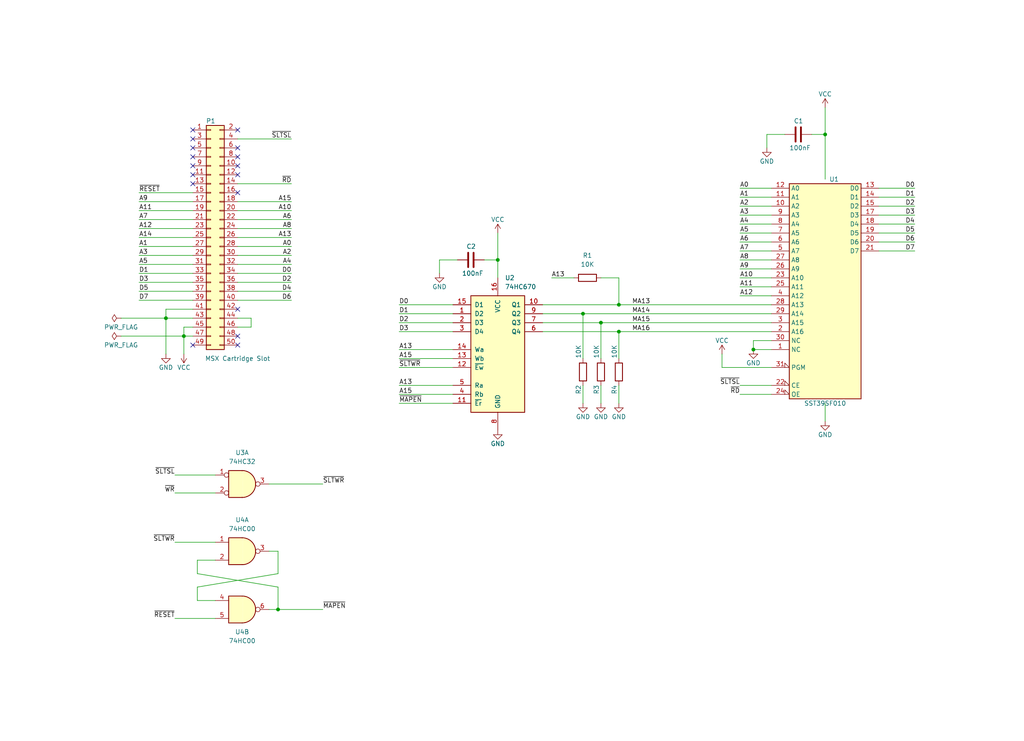
<source format=kicad_sch>
(kicad_sch (version 20211123) (generator eeschema)

  (uuid b24c67bf-acb7-486e-9d7b-fb513b8c7fc6)

  (paper "User" 289.992 210.007)

  (title_block
    (title "MegaROM cartridge for MSX systems")
    (date "2016-01-14")
    (rev "01")
    (company "Alvaro Polo")
  )

  (lib_symbols
    (symbol "74xx:74HC00" (pin_names (offset 1.016)) (in_bom yes) (on_board yes)
      (property "Reference" "U" (id 0) (at 0 1.27 0)
        (effects (font (size 1.27 1.27)))
      )
      (property "Value" "74HC00" (id 1) (at 0 -1.27 0)
        (effects (font (size 1.27 1.27)))
      )
      (property "Footprint" "" (id 2) (at 0 0 0)
        (effects (font (size 1.27 1.27)) hide)
      )
      (property "Datasheet" "http://www.ti.com/lit/gpn/sn74hc00" (id 3) (at 0 0 0)
        (effects (font (size 1.27 1.27)) hide)
      )
      (property "ki_locked" "" (id 4) (at 0 0 0)
        (effects (font (size 1.27 1.27)))
      )
      (property "ki_keywords" "HCMOS nand 2-input" (id 5) (at 0 0 0)
        (effects (font (size 1.27 1.27)) hide)
      )
      (property "ki_description" "quad 2-input NAND gate" (id 6) (at 0 0 0)
        (effects (font (size 1.27 1.27)) hide)
      )
      (property "ki_fp_filters" "DIP*W7.62mm* SO14*" (id 7) (at 0 0 0)
        (effects (font (size 1.27 1.27)) hide)
      )
      (symbol "74HC00_1_1"
        (arc (start 0 -3.81) (mid 3.81 0) (end 0 3.81)
          (stroke (width 0.254) (type default) (color 0 0 0 0))
          (fill (type background))
        )
        (polyline
          (pts
            (xy 0 3.81)
            (xy -3.81 3.81)
            (xy -3.81 -3.81)
            (xy 0 -3.81)
          )
          (stroke (width 0.254) (type default) (color 0 0 0 0))
          (fill (type background))
        )
        (pin input line (at -7.62 2.54 0) (length 3.81)
          (name "~" (effects (font (size 1.27 1.27))))
          (number "1" (effects (font (size 1.27 1.27))))
        )
        (pin input line (at -7.62 -2.54 0) (length 3.81)
          (name "~" (effects (font (size 1.27 1.27))))
          (number "2" (effects (font (size 1.27 1.27))))
        )
        (pin output inverted (at 7.62 0 180) (length 3.81)
          (name "~" (effects (font (size 1.27 1.27))))
          (number "3" (effects (font (size 1.27 1.27))))
        )
      )
      (symbol "74HC00_1_2"
        (arc (start -3.81 -3.81) (mid -2.589 0) (end -3.81 3.81)
          (stroke (width 0.254) (type default) (color 0 0 0 0))
          (fill (type none))
        )
        (arc (start -0.6096 -3.81) (mid 2.1855 -2.584) (end 3.81 0)
          (stroke (width 0.254) (type default) (color 0 0 0 0))
          (fill (type background))
        )
        (polyline
          (pts
            (xy -3.81 -3.81)
            (xy -0.635 -3.81)
          )
          (stroke (width 0.254) (type default) (color 0 0 0 0))
          (fill (type background))
        )
        (polyline
          (pts
            (xy -3.81 3.81)
            (xy -0.635 3.81)
          )
          (stroke (width 0.254) (type default) (color 0 0 0 0))
          (fill (type background))
        )
        (polyline
          (pts
            (xy -0.635 3.81)
            (xy -3.81 3.81)
            (xy -3.81 3.81)
            (xy -3.556 3.4036)
            (xy -3.0226 2.2606)
            (xy -2.6924 1.0414)
            (xy -2.6162 -0.254)
            (xy -2.7686 -1.4986)
            (xy -3.175 -2.7178)
            (xy -3.81 -3.81)
            (xy -3.81 -3.81)
            (xy -0.635 -3.81)
          )
          (stroke (width -25.4) (type default) (color 0 0 0 0))
          (fill (type background))
        )
        (arc (start 3.81 0) (mid 2.1928 2.5925) (end -0.6096 3.81)
          (stroke (width 0.254) (type default) (color 0 0 0 0))
          (fill (type background))
        )
        (pin input inverted (at -7.62 2.54 0) (length 4.318)
          (name "~" (effects (font (size 1.27 1.27))))
          (number "1" (effects (font (size 1.27 1.27))))
        )
        (pin input inverted (at -7.62 -2.54 0) (length 4.318)
          (name "~" (effects (font (size 1.27 1.27))))
          (number "2" (effects (font (size 1.27 1.27))))
        )
        (pin output line (at 7.62 0 180) (length 3.81)
          (name "~" (effects (font (size 1.27 1.27))))
          (number "3" (effects (font (size 1.27 1.27))))
        )
      )
      (symbol "74HC00_2_1"
        (arc (start 0 -3.81) (mid 3.81 0) (end 0 3.81)
          (stroke (width 0.254) (type default) (color 0 0 0 0))
          (fill (type background))
        )
        (polyline
          (pts
            (xy 0 3.81)
            (xy -3.81 3.81)
            (xy -3.81 -3.81)
            (xy 0 -3.81)
          )
          (stroke (width 0.254) (type default) (color 0 0 0 0))
          (fill (type background))
        )
        (pin input line (at -7.62 2.54 0) (length 3.81)
          (name "~" (effects (font (size 1.27 1.27))))
          (number "4" (effects (font (size 1.27 1.27))))
        )
        (pin input line (at -7.62 -2.54 0) (length 3.81)
          (name "~" (effects (font (size 1.27 1.27))))
          (number "5" (effects (font (size 1.27 1.27))))
        )
        (pin output inverted (at 7.62 0 180) (length 3.81)
          (name "~" (effects (font (size 1.27 1.27))))
          (number "6" (effects (font (size 1.27 1.27))))
        )
      )
      (symbol "74HC00_2_2"
        (arc (start -3.81 -3.81) (mid -2.589 0) (end -3.81 3.81)
          (stroke (width 0.254) (type default) (color 0 0 0 0))
          (fill (type none))
        )
        (arc (start -0.6096 -3.81) (mid 2.1855 -2.584) (end 3.81 0)
          (stroke (width 0.254) (type default) (color 0 0 0 0))
          (fill (type background))
        )
        (polyline
          (pts
            (xy -3.81 -3.81)
            (xy -0.635 -3.81)
          )
          (stroke (width 0.254) (type default) (color 0 0 0 0))
          (fill (type background))
        )
        (polyline
          (pts
            (xy -3.81 3.81)
            (xy -0.635 3.81)
          )
          (stroke (width 0.254) (type default) (color 0 0 0 0))
          (fill (type background))
        )
        (polyline
          (pts
            (xy -0.635 3.81)
            (xy -3.81 3.81)
            (xy -3.81 3.81)
            (xy -3.556 3.4036)
            (xy -3.0226 2.2606)
            (xy -2.6924 1.0414)
            (xy -2.6162 -0.254)
            (xy -2.7686 -1.4986)
            (xy -3.175 -2.7178)
            (xy -3.81 -3.81)
            (xy -3.81 -3.81)
            (xy -0.635 -3.81)
          )
          (stroke (width -25.4) (type default) (color 0 0 0 0))
          (fill (type background))
        )
        (arc (start 3.81 0) (mid 2.1928 2.5925) (end -0.6096 3.81)
          (stroke (width 0.254) (type default) (color 0 0 0 0))
          (fill (type background))
        )
        (pin input inverted (at -7.62 2.54 0) (length 4.318)
          (name "~" (effects (font (size 1.27 1.27))))
          (number "4" (effects (font (size 1.27 1.27))))
        )
        (pin input inverted (at -7.62 -2.54 0) (length 4.318)
          (name "~" (effects (font (size 1.27 1.27))))
          (number "5" (effects (font (size 1.27 1.27))))
        )
        (pin output line (at 7.62 0 180) (length 3.81)
          (name "~" (effects (font (size 1.27 1.27))))
          (number "6" (effects (font (size 1.27 1.27))))
        )
      )
      (symbol "74HC00_3_1"
        (arc (start 0 -3.81) (mid 3.81 0) (end 0 3.81)
          (stroke (width 0.254) (type default) (color 0 0 0 0))
          (fill (type background))
        )
        (polyline
          (pts
            (xy 0 3.81)
            (xy -3.81 3.81)
            (xy -3.81 -3.81)
            (xy 0 -3.81)
          )
          (stroke (width 0.254) (type default) (color 0 0 0 0))
          (fill (type background))
        )
        (pin input line (at -7.62 -2.54 0) (length 3.81)
          (name "~" (effects (font (size 1.27 1.27))))
          (number "10" (effects (font (size 1.27 1.27))))
        )
        (pin output inverted (at 7.62 0 180) (length 3.81)
          (name "~" (effects (font (size 1.27 1.27))))
          (number "8" (effects (font (size 1.27 1.27))))
        )
        (pin input line (at -7.62 2.54 0) (length 3.81)
          (name "~" (effects (font (size 1.27 1.27))))
          (number "9" (effects (font (size 1.27 1.27))))
        )
      )
      (symbol "74HC00_3_2"
        (arc (start -3.81 -3.81) (mid -2.589 0) (end -3.81 3.81)
          (stroke (width 0.254) (type default) (color 0 0 0 0))
          (fill (type none))
        )
        (arc (start -0.6096 -3.81) (mid 2.1855 -2.584) (end 3.81 0)
          (stroke (width 0.254) (type default) (color 0 0 0 0))
          (fill (type background))
        )
        (polyline
          (pts
            (xy -3.81 -3.81)
            (xy -0.635 -3.81)
          )
          (stroke (width 0.254) (type default) (color 0 0 0 0))
          (fill (type background))
        )
        (polyline
          (pts
            (xy -3.81 3.81)
            (xy -0.635 3.81)
          )
          (stroke (width 0.254) (type default) (color 0 0 0 0))
          (fill (type background))
        )
        (polyline
          (pts
            (xy -0.635 3.81)
            (xy -3.81 3.81)
            (xy -3.81 3.81)
            (xy -3.556 3.4036)
            (xy -3.0226 2.2606)
            (xy -2.6924 1.0414)
            (xy -2.6162 -0.254)
            (xy -2.7686 -1.4986)
            (xy -3.175 -2.7178)
            (xy -3.81 -3.81)
            (xy -3.81 -3.81)
            (xy -0.635 -3.81)
          )
          (stroke (width -25.4) (type default) (color 0 0 0 0))
          (fill (type background))
        )
        (arc (start 3.81 0) (mid 2.1928 2.5925) (end -0.6096 3.81)
          (stroke (width 0.254) (type default) (color 0 0 0 0))
          (fill (type background))
        )
        (pin input inverted (at -7.62 -2.54 0) (length 4.318)
          (name "~" (effects (font (size 1.27 1.27))))
          (number "10" (effects (font (size 1.27 1.27))))
        )
        (pin output line (at 7.62 0 180) (length 3.81)
          (name "~" (effects (font (size 1.27 1.27))))
          (number "8" (effects (font (size 1.27 1.27))))
        )
        (pin input inverted (at -7.62 2.54 0) (length 4.318)
          (name "~" (effects (font (size 1.27 1.27))))
          (number "9" (effects (font (size 1.27 1.27))))
        )
      )
      (symbol "74HC00_4_1"
        (arc (start 0 -3.81) (mid 3.81 0) (end 0 3.81)
          (stroke (width 0.254) (type default) (color 0 0 0 0))
          (fill (type background))
        )
        (polyline
          (pts
            (xy 0 3.81)
            (xy -3.81 3.81)
            (xy -3.81 -3.81)
            (xy 0 -3.81)
          )
          (stroke (width 0.254) (type default) (color 0 0 0 0))
          (fill (type background))
        )
        (pin output inverted (at 7.62 0 180) (length 3.81)
          (name "~" (effects (font (size 1.27 1.27))))
          (number "11" (effects (font (size 1.27 1.27))))
        )
        (pin input line (at -7.62 2.54 0) (length 3.81)
          (name "~" (effects (font (size 1.27 1.27))))
          (number "12" (effects (font (size 1.27 1.27))))
        )
        (pin input line (at -7.62 -2.54 0) (length 3.81)
          (name "~" (effects (font (size 1.27 1.27))))
          (number "13" (effects (font (size 1.27 1.27))))
        )
      )
      (symbol "74HC00_4_2"
        (arc (start -3.81 -3.81) (mid -2.589 0) (end -3.81 3.81)
          (stroke (width 0.254) (type default) (color 0 0 0 0))
          (fill (type none))
        )
        (arc (start -0.6096 -3.81) (mid 2.1855 -2.584) (end 3.81 0)
          (stroke (width 0.254) (type default) (color 0 0 0 0))
          (fill (type background))
        )
        (polyline
          (pts
            (xy -3.81 -3.81)
            (xy -0.635 -3.81)
          )
          (stroke (width 0.254) (type default) (color 0 0 0 0))
          (fill (type background))
        )
        (polyline
          (pts
            (xy -3.81 3.81)
            (xy -0.635 3.81)
          )
          (stroke (width 0.254) (type default) (color 0 0 0 0))
          (fill (type background))
        )
        (polyline
          (pts
            (xy -0.635 3.81)
            (xy -3.81 3.81)
            (xy -3.81 3.81)
            (xy -3.556 3.4036)
            (xy -3.0226 2.2606)
            (xy -2.6924 1.0414)
            (xy -2.6162 -0.254)
            (xy -2.7686 -1.4986)
            (xy -3.175 -2.7178)
            (xy -3.81 -3.81)
            (xy -3.81 -3.81)
            (xy -0.635 -3.81)
          )
          (stroke (width -25.4) (type default) (color 0 0 0 0))
          (fill (type background))
        )
        (arc (start 3.81 0) (mid 2.1928 2.5925) (end -0.6096 3.81)
          (stroke (width 0.254) (type default) (color 0 0 0 0))
          (fill (type background))
        )
        (pin output line (at 7.62 0 180) (length 3.81)
          (name "~" (effects (font (size 1.27 1.27))))
          (number "11" (effects (font (size 1.27 1.27))))
        )
        (pin input inverted (at -7.62 2.54 0) (length 4.318)
          (name "~" (effects (font (size 1.27 1.27))))
          (number "12" (effects (font (size 1.27 1.27))))
        )
        (pin input inverted (at -7.62 -2.54 0) (length 4.318)
          (name "~" (effects (font (size 1.27 1.27))))
          (number "13" (effects (font (size 1.27 1.27))))
        )
      )
      (symbol "74HC00_5_0"
        (pin power_in line (at 0 12.7 270) (length 5.08)
          (name "VCC" (effects (font (size 1.27 1.27))))
          (number "14" (effects (font (size 1.27 1.27))))
        )
        (pin power_in line (at 0 -12.7 90) (length 5.08)
          (name "GND" (effects (font (size 1.27 1.27))))
          (number "7" (effects (font (size 1.27 1.27))))
        )
      )
      (symbol "74HC00_5_1"
        (rectangle (start -5.08 7.62) (end 5.08 -7.62)
          (stroke (width 0.254) (type default) (color 0 0 0 0))
          (fill (type background))
        )
      )
    )
    (symbol "74xx:74LS32" (pin_names (offset 1.016)) (in_bom yes) (on_board yes)
      (property "Reference" "U" (id 0) (at 0 1.27 0)
        (effects (font (size 1.27 1.27)))
      )
      (property "Value" "74LS32" (id 1) (at 0 -1.27 0)
        (effects (font (size 1.27 1.27)))
      )
      (property "Footprint" "" (id 2) (at 0 0 0)
        (effects (font (size 1.27 1.27)) hide)
      )
      (property "Datasheet" "http://www.ti.com/lit/gpn/sn74LS32" (id 3) (at 0 0 0)
        (effects (font (size 1.27 1.27)) hide)
      )
      (property "ki_locked" "" (id 4) (at 0 0 0)
        (effects (font (size 1.27 1.27)))
      )
      (property "ki_keywords" "TTL Or2" (id 5) (at 0 0 0)
        (effects (font (size 1.27 1.27)) hide)
      )
      (property "ki_description" "Quad 2-input OR" (id 6) (at 0 0 0)
        (effects (font (size 1.27 1.27)) hide)
      )
      (property "ki_fp_filters" "DIP?14*" (id 7) (at 0 0 0)
        (effects (font (size 1.27 1.27)) hide)
      )
      (symbol "74LS32_1_1"
        (arc (start -3.81 -3.81) (mid -2.589 0) (end -3.81 3.81)
          (stroke (width 0.254) (type default) (color 0 0 0 0))
          (fill (type none))
        )
        (arc (start -0.6096 -3.81) (mid 2.1855 -2.584) (end 3.81 0)
          (stroke (width 0.254) (type default) (color 0 0 0 0))
          (fill (type background))
        )
        (polyline
          (pts
            (xy -3.81 -3.81)
            (xy -0.635 -3.81)
          )
          (stroke (width 0.254) (type default) (color 0 0 0 0))
          (fill (type background))
        )
        (polyline
          (pts
            (xy -3.81 3.81)
            (xy -0.635 3.81)
          )
          (stroke (width 0.254) (type default) (color 0 0 0 0))
          (fill (type background))
        )
        (polyline
          (pts
            (xy -0.635 3.81)
            (xy -3.81 3.81)
            (xy -3.81 3.81)
            (xy -3.556 3.4036)
            (xy -3.0226 2.2606)
            (xy -2.6924 1.0414)
            (xy -2.6162 -0.254)
            (xy -2.7686 -1.4986)
            (xy -3.175 -2.7178)
            (xy -3.81 -3.81)
            (xy -3.81 -3.81)
            (xy -0.635 -3.81)
          )
          (stroke (width -25.4) (type default) (color 0 0 0 0))
          (fill (type background))
        )
        (arc (start 3.81 0) (mid 2.1928 2.5925) (end -0.6096 3.81)
          (stroke (width 0.254) (type default) (color 0 0 0 0))
          (fill (type background))
        )
        (pin input line (at -7.62 2.54 0) (length 4.318)
          (name "~" (effects (font (size 1.27 1.27))))
          (number "1" (effects (font (size 1.27 1.27))))
        )
        (pin input line (at -7.62 -2.54 0) (length 4.318)
          (name "~" (effects (font (size 1.27 1.27))))
          (number "2" (effects (font (size 1.27 1.27))))
        )
        (pin output line (at 7.62 0 180) (length 3.81)
          (name "~" (effects (font (size 1.27 1.27))))
          (number "3" (effects (font (size 1.27 1.27))))
        )
      )
      (symbol "74LS32_1_2"
        (arc (start 0 -3.81) (mid 3.81 0) (end 0 3.81)
          (stroke (width 0.254) (type default) (color 0 0 0 0))
          (fill (type background))
        )
        (polyline
          (pts
            (xy 0 3.81)
            (xy -3.81 3.81)
            (xy -3.81 -3.81)
            (xy 0 -3.81)
          )
          (stroke (width 0.254) (type default) (color 0 0 0 0))
          (fill (type background))
        )
        (pin input inverted (at -7.62 2.54 0) (length 3.81)
          (name "~" (effects (font (size 1.27 1.27))))
          (number "1" (effects (font (size 1.27 1.27))))
        )
        (pin input inverted (at -7.62 -2.54 0) (length 3.81)
          (name "~" (effects (font (size 1.27 1.27))))
          (number "2" (effects (font (size 1.27 1.27))))
        )
        (pin output inverted (at 7.62 0 180) (length 3.81)
          (name "~" (effects (font (size 1.27 1.27))))
          (number "3" (effects (font (size 1.27 1.27))))
        )
      )
      (symbol "74LS32_2_1"
        (arc (start -3.81 -3.81) (mid -2.589 0) (end -3.81 3.81)
          (stroke (width 0.254) (type default) (color 0 0 0 0))
          (fill (type none))
        )
        (arc (start -0.6096 -3.81) (mid 2.1855 -2.584) (end 3.81 0)
          (stroke (width 0.254) (type default) (color 0 0 0 0))
          (fill (type background))
        )
        (polyline
          (pts
            (xy -3.81 -3.81)
            (xy -0.635 -3.81)
          )
          (stroke (width 0.254) (type default) (color 0 0 0 0))
          (fill (type background))
        )
        (polyline
          (pts
            (xy -3.81 3.81)
            (xy -0.635 3.81)
          )
          (stroke (width 0.254) (type default) (color 0 0 0 0))
          (fill (type background))
        )
        (polyline
          (pts
            (xy -0.635 3.81)
            (xy -3.81 3.81)
            (xy -3.81 3.81)
            (xy -3.556 3.4036)
            (xy -3.0226 2.2606)
            (xy -2.6924 1.0414)
            (xy -2.6162 -0.254)
            (xy -2.7686 -1.4986)
            (xy -3.175 -2.7178)
            (xy -3.81 -3.81)
            (xy -3.81 -3.81)
            (xy -0.635 -3.81)
          )
          (stroke (width -25.4) (type default) (color 0 0 0 0))
          (fill (type background))
        )
        (arc (start 3.81 0) (mid 2.1928 2.5925) (end -0.6096 3.81)
          (stroke (width 0.254) (type default) (color 0 0 0 0))
          (fill (type background))
        )
        (pin input line (at -7.62 2.54 0) (length 4.318)
          (name "~" (effects (font (size 1.27 1.27))))
          (number "4" (effects (font (size 1.27 1.27))))
        )
        (pin input line (at -7.62 -2.54 0) (length 4.318)
          (name "~" (effects (font (size 1.27 1.27))))
          (number "5" (effects (font (size 1.27 1.27))))
        )
        (pin output line (at 7.62 0 180) (length 3.81)
          (name "~" (effects (font (size 1.27 1.27))))
          (number "6" (effects (font (size 1.27 1.27))))
        )
      )
      (symbol "74LS32_2_2"
        (arc (start 0 -3.81) (mid 3.81 0) (end 0 3.81)
          (stroke (width 0.254) (type default) (color 0 0 0 0))
          (fill (type background))
        )
        (polyline
          (pts
            (xy 0 3.81)
            (xy -3.81 3.81)
            (xy -3.81 -3.81)
            (xy 0 -3.81)
          )
          (stroke (width 0.254) (type default) (color 0 0 0 0))
          (fill (type background))
        )
        (pin input inverted (at -7.62 2.54 0) (length 3.81)
          (name "~" (effects (font (size 1.27 1.27))))
          (number "4" (effects (font (size 1.27 1.27))))
        )
        (pin input inverted (at -7.62 -2.54 0) (length 3.81)
          (name "~" (effects (font (size 1.27 1.27))))
          (number "5" (effects (font (size 1.27 1.27))))
        )
        (pin output inverted (at 7.62 0 180) (length 3.81)
          (name "~" (effects (font (size 1.27 1.27))))
          (number "6" (effects (font (size 1.27 1.27))))
        )
      )
      (symbol "74LS32_3_1"
        (arc (start -3.81 -3.81) (mid -2.589 0) (end -3.81 3.81)
          (stroke (width 0.254) (type default) (color 0 0 0 0))
          (fill (type none))
        )
        (arc (start -0.6096 -3.81) (mid 2.1855 -2.584) (end 3.81 0)
          (stroke (width 0.254) (type default) (color 0 0 0 0))
          (fill (type background))
        )
        (polyline
          (pts
            (xy -3.81 -3.81)
            (xy -0.635 -3.81)
          )
          (stroke (width 0.254) (type default) (color 0 0 0 0))
          (fill (type background))
        )
        (polyline
          (pts
            (xy -3.81 3.81)
            (xy -0.635 3.81)
          )
          (stroke (width 0.254) (type default) (color 0 0 0 0))
          (fill (type background))
        )
        (polyline
          (pts
            (xy -0.635 3.81)
            (xy -3.81 3.81)
            (xy -3.81 3.81)
            (xy -3.556 3.4036)
            (xy -3.0226 2.2606)
            (xy -2.6924 1.0414)
            (xy -2.6162 -0.254)
            (xy -2.7686 -1.4986)
            (xy -3.175 -2.7178)
            (xy -3.81 -3.81)
            (xy -3.81 -3.81)
            (xy -0.635 -3.81)
          )
          (stroke (width -25.4) (type default) (color 0 0 0 0))
          (fill (type background))
        )
        (arc (start 3.81 0) (mid 2.1928 2.5925) (end -0.6096 3.81)
          (stroke (width 0.254) (type default) (color 0 0 0 0))
          (fill (type background))
        )
        (pin input line (at -7.62 -2.54 0) (length 4.318)
          (name "~" (effects (font (size 1.27 1.27))))
          (number "10" (effects (font (size 1.27 1.27))))
        )
        (pin output line (at 7.62 0 180) (length 3.81)
          (name "~" (effects (font (size 1.27 1.27))))
          (number "8" (effects (font (size 1.27 1.27))))
        )
        (pin input line (at -7.62 2.54 0) (length 4.318)
          (name "~" (effects (font (size 1.27 1.27))))
          (number "9" (effects (font (size 1.27 1.27))))
        )
      )
      (symbol "74LS32_3_2"
        (arc (start 0 -3.81) (mid 3.81 0) (end 0 3.81)
          (stroke (width 0.254) (type default) (color 0 0 0 0))
          (fill (type background))
        )
        (polyline
          (pts
            (xy 0 3.81)
            (xy -3.81 3.81)
            (xy -3.81 -3.81)
            (xy 0 -3.81)
          )
          (stroke (width 0.254) (type default) (color 0 0 0 0))
          (fill (type background))
        )
        (pin input inverted (at -7.62 -2.54 0) (length 3.81)
          (name "~" (effects (font (size 1.27 1.27))))
          (number "10" (effects (font (size 1.27 1.27))))
        )
        (pin output inverted (at 7.62 0 180) (length 3.81)
          (name "~" (effects (font (size 1.27 1.27))))
          (number "8" (effects (font (size 1.27 1.27))))
        )
        (pin input inverted (at -7.62 2.54 0) (length 3.81)
          (name "~" (effects (font (size 1.27 1.27))))
          (number "9" (effects (font (size 1.27 1.27))))
        )
      )
      (symbol "74LS32_4_1"
        (arc (start -3.81 -3.81) (mid -2.589 0) (end -3.81 3.81)
          (stroke (width 0.254) (type default) (color 0 0 0 0))
          (fill (type none))
        )
        (arc (start -0.6096 -3.81) (mid 2.1855 -2.584) (end 3.81 0)
          (stroke (width 0.254) (type default) (color 0 0 0 0))
          (fill (type background))
        )
        (polyline
          (pts
            (xy -3.81 -3.81)
            (xy -0.635 -3.81)
          )
          (stroke (width 0.254) (type default) (color 0 0 0 0))
          (fill (type background))
        )
        (polyline
          (pts
            (xy -3.81 3.81)
            (xy -0.635 3.81)
          )
          (stroke (width 0.254) (type default) (color 0 0 0 0))
          (fill (type background))
        )
        (polyline
          (pts
            (xy -0.635 3.81)
            (xy -3.81 3.81)
            (xy -3.81 3.81)
            (xy -3.556 3.4036)
            (xy -3.0226 2.2606)
            (xy -2.6924 1.0414)
            (xy -2.6162 -0.254)
            (xy -2.7686 -1.4986)
            (xy -3.175 -2.7178)
            (xy -3.81 -3.81)
            (xy -3.81 -3.81)
            (xy -0.635 -3.81)
          )
          (stroke (width -25.4) (type default) (color 0 0 0 0))
          (fill (type background))
        )
        (arc (start 3.81 0) (mid 2.1928 2.5925) (end -0.6096 3.81)
          (stroke (width 0.254) (type default) (color 0 0 0 0))
          (fill (type background))
        )
        (pin output line (at 7.62 0 180) (length 3.81)
          (name "~" (effects (font (size 1.27 1.27))))
          (number "11" (effects (font (size 1.27 1.27))))
        )
        (pin input line (at -7.62 2.54 0) (length 4.318)
          (name "~" (effects (font (size 1.27 1.27))))
          (number "12" (effects (font (size 1.27 1.27))))
        )
        (pin input line (at -7.62 -2.54 0) (length 4.318)
          (name "~" (effects (font (size 1.27 1.27))))
          (number "13" (effects (font (size 1.27 1.27))))
        )
      )
      (symbol "74LS32_4_2"
        (arc (start 0 -3.81) (mid 3.81 0) (end 0 3.81)
          (stroke (width 0.254) (type default) (color 0 0 0 0))
          (fill (type background))
        )
        (polyline
          (pts
            (xy 0 3.81)
            (xy -3.81 3.81)
            (xy -3.81 -3.81)
            (xy 0 -3.81)
          )
          (stroke (width 0.254) (type default) (color 0 0 0 0))
          (fill (type background))
        )
        (pin output inverted (at 7.62 0 180) (length 3.81)
          (name "~" (effects (font (size 1.27 1.27))))
          (number "11" (effects (font (size 1.27 1.27))))
        )
        (pin input inverted (at -7.62 2.54 0) (length 3.81)
          (name "~" (effects (font (size 1.27 1.27))))
          (number "12" (effects (font (size 1.27 1.27))))
        )
        (pin input inverted (at -7.62 -2.54 0) (length 3.81)
          (name "~" (effects (font (size 1.27 1.27))))
          (number "13" (effects (font (size 1.27 1.27))))
        )
      )
      (symbol "74LS32_5_0"
        (pin power_in line (at 0 12.7 270) (length 5.08)
          (name "VCC" (effects (font (size 1.27 1.27))))
          (number "14" (effects (font (size 1.27 1.27))))
        )
        (pin power_in line (at 0 -12.7 90) (length 5.08)
          (name "GND" (effects (font (size 1.27 1.27))))
          (number "7" (effects (font (size 1.27 1.27))))
        )
      )
      (symbol "74LS32_5_1"
        (rectangle (start -5.08 7.62) (end 5.08 -7.62)
          (stroke (width 0.254) (type default) (color 0 0 0 0))
          (fill (type background))
        )
      )
    )
    (symbol "74xx:74LS670" (pin_names (offset 1.016)) (in_bom yes) (on_board yes)
      (property "Reference" "U" (id 0) (at -7.62 16.51 0)
        (effects (font (size 1.27 1.27)))
      )
      (property "Value" "74LS670" (id 1) (at -7.62 -19.05 0)
        (effects (font (size 1.27 1.27)))
      )
      (property "Footprint" "" (id 2) (at 0 0 0)
        (effects (font (size 1.27 1.27)) hide)
      )
      (property "Datasheet" "http://www.ti.com/lit/gpn/sn74LS670" (id 3) (at 0 0 0)
        (effects (font (size 1.27 1.27)) hide)
      )
      (property "ki_locked" "" (id 4) (at 0 0 0)
        (effects (font (size 1.27 1.27)))
      )
      (property "ki_keywords" "TTL Register 3State" (id 5) (at 0 0 0)
        (effects (font (size 1.27 1.27)) hide)
      )
      (property "ki_description" "4 x 4 Register Files 3-State Outputs" (id 6) (at 0 0 0)
        (effects (font (size 1.27 1.27)) hide)
      )
      (property "ki_fp_filters" "DIP?16*" (id 7) (at 0 0 0)
        (effects (font (size 1.27 1.27)) hide)
      )
      (symbol "74LS670_1_0"
        (pin input line (at -12.7 10.16 0) (length 5.08)
          (name "D2" (effects (font (size 1.27 1.27))))
          (number "1" (effects (font (size 1.27 1.27))))
        )
        (pin tri_state line (at 12.7 12.7 180) (length 5.08)
          (name "Q1" (effects (font (size 1.27 1.27))))
          (number "10" (effects (font (size 1.27 1.27))))
        )
        (pin input line (at -12.7 -15.24 0) (length 5.08)
          (name "~{Er}" (effects (font (size 1.27 1.27))))
          (number "11" (effects (font (size 1.27 1.27))))
        )
        (pin input line (at -12.7 -5.08 0) (length 5.08)
          (name "~{Ew}" (effects (font (size 1.27 1.27))))
          (number "12" (effects (font (size 1.27 1.27))))
        )
        (pin input line (at -12.7 -2.54 0) (length 5.08)
          (name "Wb" (effects (font (size 1.27 1.27))))
          (number "13" (effects (font (size 1.27 1.27))))
        )
        (pin input line (at -12.7 0 0) (length 5.08)
          (name "Wa" (effects (font (size 1.27 1.27))))
          (number "14" (effects (font (size 1.27 1.27))))
        )
        (pin input line (at -12.7 12.7 0) (length 5.08)
          (name "D1" (effects (font (size 1.27 1.27))))
          (number "15" (effects (font (size 1.27 1.27))))
        )
        (pin power_in line (at 0 20.32 270) (length 5.08)
          (name "VCC" (effects (font (size 1.27 1.27))))
          (number "16" (effects (font (size 1.27 1.27))))
        )
        (pin input line (at -12.7 7.62 0) (length 5.08)
          (name "D3" (effects (font (size 1.27 1.27))))
          (number "2" (effects (font (size 1.27 1.27))))
        )
        (pin input line (at -12.7 5.08 0) (length 5.08)
          (name "D4" (effects (font (size 1.27 1.27))))
          (number "3" (effects (font (size 1.27 1.27))))
        )
        (pin input line (at -12.7 -12.7 0) (length 5.08)
          (name "Rb" (effects (font (size 1.27 1.27))))
          (number "4" (effects (font (size 1.27 1.27))))
        )
        (pin input line (at -12.7 -10.16 0) (length 5.08)
          (name "Ra" (effects (font (size 1.27 1.27))))
          (number "5" (effects (font (size 1.27 1.27))))
        )
        (pin tri_state line (at 12.7 5.08 180) (length 5.08)
          (name "Q4" (effects (font (size 1.27 1.27))))
          (number "6" (effects (font (size 1.27 1.27))))
        )
        (pin tri_state line (at 12.7 7.62 180) (length 5.08)
          (name "Q3" (effects (font (size 1.27 1.27))))
          (number "7" (effects (font (size 1.27 1.27))))
        )
        (pin power_in line (at 0 -22.86 90) (length 5.08)
          (name "GND" (effects (font (size 1.27 1.27))))
          (number "8" (effects (font (size 1.27 1.27))))
        )
        (pin tri_state line (at 12.7 10.16 180) (length 5.08)
          (name "Q2" (effects (font (size 1.27 1.27))))
          (number "9" (effects (font (size 1.27 1.27))))
        )
      )
      (symbol "74LS670_1_1"
        (rectangle (start -7.62 15.24) (end 7.62 -17.78)
          (stroke (width 0.254) (type default) (color 0 0 0 0))
          (fill (type background))
        )
      )
    )
    (symbol "Connector_Generic:Conn_02x25_Odd_Even" (pin_names (offset 1.016) hide) (in_bom yes) (on_board yes)
      (property "Reference" "J" (id 0) (at 1.27 33.02 0)
        (effects (font (size 1.27 1.27)))
      )
      (property "Value" "Conn_02x25_Odd_Even" (id 1) (at 1.27 -33.02 0)
        (effects (font (size 1.27 1.27)))
      )
      (property "Footprint" "" (id 2) (at 0 0 0)
        (effects (font (size 1.27 1.27)) hide)
      )
      (property "Datasheet" "~" (id 3) (at 0 0 0)
        (effects (font (size 1.27 1.27)) hide)
      )
      (property "ki_keywords" "connector" (id 4) (at 0 0 0)
        (effects (font (size 1.27 1.27)) hide)
      )
      (property "ki_description" "Generic connector, double row, 02x25, odd/even pin numbering scheme (row 1 odd numbers, row 2 even numbers), script generated (kicad-library-utils/schlib/autogen/connector/)" (id 5) (at 0 0 0)
        (effects (font (size 1.27 1.27)) hide)
      )
      (property "ki_fp_filters" "Connector*:*_2x??_*" (id 6) (at 0 0 0)
        (effects (font (size 1.27 1.27)) hide)
      )
      (symbol "Conn_02x25_Odd_Even_1_1"
        (rectangle (start -1.27 -30.353) (end 0 -30.607)
          (stroke (width 0.1524) (type default) (color 0 0 0 0))
          (fill (type none))
        )
        (rectangle (start -1.27 -27.813) (end 0 -28.067)
          (stroke (width 0.1524) (type default) (color 0 0 0 0))
          (fill (type none))
        )
        (rectangle (start -1.27 -25.273) (end 0 -25.527)
          (stroke (width 0.1524) (type default) (color 0 0 0 0))
          (fill (type none))
        )
        (rectangle (start -1.27 -22.733) (end 0 -22.987)
          (stroke (width 0.1524) (type default) (color 0 0 0 0))
          (fill (type none))
        )
        (rectangle (start -1.27 -20.193) (end 0 -20.447)
          (stroke (width 0.1524) (type default) (color 0 0 0 0))
          (fill (type none))
        )
        (rectangle (start -1.27 -17.653) (end 0 -17.907)
          (stroke (width 0.1524) (type default) (color 0 0 0 0))
          (fill (type none))
        )
        (rectangle (start -1.27 -15.113) (end 0 -15.367)
          (stroke (width 0.1524) (type default) (color 0 0 0 0))
          (fill (type none))
        )
        (rectangle (start -1.27 -12.573) (end 0 -12.827)
          (stroke (width 0.1524) (type default) (color 0 0 0 0))
          (fill (type none))
        )
        (rectangle (start -1.27 -10.033) (end 0 -10.287)
          (stroke (width 0.1524) (type default) (color 0 0 0 0))
          (fill (type none))
        )
        (rectangle (start -1.27 -7.493) (end 0 -7.747)
          (stroke (width 0.1524) (type default) (color 0 0 0 0))
          (fill (type none))
        )
        (rectangle (start -1.27 -4.953) (end 0 -5.207)
          (stroke (width 0.1524) (type default) (color 0 0 0 0))
          (fill (type none))
        )
        (rectangle (start -1.27 -2.413) (end 0 -2.667)
          (stroke (width 0.1524) (type default) (color 0 0 0 0))
          (fill (type none))
        )
        (rectangle (start -1.27 0.127) (end 0 -0.127)
          (stroke (width 0.1524) (type default) (color 0 0 0 0))
          (fill (type none))
        )
        (rectangle (start -1.27 2.667) (end 0 2.413)
          (stroke (width 0.1524) (type default) (color 0 0 0 0))
          (fill (type none))
        )
        (rectangle (start -1.27 5.207) (end 0 4.953)
          (stroke (width 0.1524) (type default) (color 0 0 0 0))
          (fill (type none))
        )
        (rectangle (start -1.27 7.747) (end 0 7.493)
          (stroke (width 0.1524) (type default) (color 0 0 0 0))
          (fill (type none))
        )
        (rectangle (start -1.27 10.287) (end 0 10.033)
          (stroke (width 0.1524) (type default) (color 0 0 0 0))
          (fill (type none))
        )
        (rectangle (start -1.27 12.827) (end 0 12.573)
          (stroke (width 0.1524) (type default) (color 0 0 0 0))
          (fill (type none))
        )
        (rectangle (start -1.27 15.367) (end 0 15.113)
          (stroke (width 0.1524) (type default) (color 0 0 0 0))
          (fill (type none))
        )
        (rectangle (start -1.27 17.907) (end 0 17.653)
          (stroke (width 0.1524) (type default) (color 0 0 0 0))
          (fill (type none))
        )
        (rectangle (start -1.27 20.447) (end 0 20.193)
          (stroke (width 0.1524) (type default) (color 0 0 0 0))
          (fill (type none))
        )
        (rectangle (start -1.27 22.987) (end 0 22.733)
          (stroke (width 0.1524) (type default) (color 0 0 0 0))
          (fill (type none))
        )
        (rectangle (start -1.27 25.527) (end 0 25.273)
          (stroke (width 0.1524) (type default) (color 0 0 0 0))
          (fill (type none))
        )
        (rectangle (start -1.27 28.067) (end 0 27.813)
          (stroke (width 0.1524) (type default) (color 0 0 0 0))
          (fill (type none))
        )
        (rectangle (start -1.27 30.607) (end 0 30.353)
          (stroke (width 0.1524) (type default) (color 0 0 0 0))
          (fill (type none))
        )
        (rectangle (start -1.27 31.75) (end 3.81 -31.75)
          (stroke (width 0.254) (type default) (color 0 0 0 0))
          (fill (type background))
        )
        (rectangle (start 3.81 -30.353) (end 2.54 -30.607)
          (stroke (width 0.1524) (type default) (color 0 0 0 0))
          (fill (type none))
        )
        (rectangle (start 3.81 -27.813) (end 2.54 -28.067)
          (stroke (width 0.1524) (type default) (color 0 0 0 0))
          (fill (type none))
        )
        (rectangle (start 3.81 -25.273) (end 2.54 -25.527)
          (stroke (width 0.1524) (type default) (color 0 0 0 0))
          (fill (type none))
        )
        (rectangle (start 3.81 -22.733) (end 2.54 -22.987)
          (stroke (width 0.1524) (type default) (color 0 0 0 0))
          (fill (type none))
        )
        (rectangle (start 3.81 -20.193) (end 2.54 -20.447)
          (stroke (width 0.1524) (type default) (color 0 0 0 0))
          (fill (type none))
        )
        (rectangle (start 3.81 -17.653) (end 2.54 -17.907)
          (stroke (width 0.1524) (type default) (color 0 0 0 0))
          (fill (type none))
        )
        (rectangle (start 3.81 -15.113) (end 2.54 -15.367)
          (stroke (width 0.1524) (type default) (color 0 0 0 0))
          (fill (type none))
        )
        (rectangle (start 3.81 -12.573) (end 2.54 -12.827)
          (stroke (width 0.1524) (type default) (color 0 0 0 0))
          (fill (type none))
        )
        (rectangle (start 3.81 -10.033) (end 2.54 -10.287)
          (stroke (width 0.1524) (type default) (color 0 0 0 0))
          (fill (type none))
        )
        (rectangle (start 3.81 -7.493) (end 2.54 -7.747)
          (stroke (width 0.1524) (type default) (color 0 0 0 0))
          (fill (type none))
        )
        (rectangle (start 3.81 -4.953) (end 2.54 -5.207)
          (stroke (width 0.1524) (type default) (color 0 0 0 0))
          (fill (type none))
        )
        (rectangle (start 3.81 -2.413) (end 2.54 -2.667)
          (stroke (width 0.1524) (type default) (color 0 0 0 0))
          (fill (type none))
        )
        (rectangle (start 3.81 0.127) (end 2.54 -0.127)
          (stroke (width 0.1524) (type default) (color 0 0 0 0))
          (fill (type none))
        )
        (rectangle (start 3.81 2.667) (end 2.54 2.413)
          (stroke (width 0.1524) (type default) (color 0 0 0 0))
          (fill (type none))
        )
        (rectangle (start 3.81 5.207) (end 2.54 4.953)
          (stroke (width 0.1524) (type default) (color 0 0 0 0))
          (fill (type none))
        )
        (rectangle (start 3.81 7.747) (end 2.54 7.493)
          (stroke (width 0.1524) (type default) (color 0 0 0 0))
          (fill (type none))
        )
        (rectangle (start 3.81 10.287) (end 2.54 10.033)
          (stroke (width 0.1524) (type default) (color 0 0 0 0))
          (fill (type none))
        )
        (rectangle (start 3.81 12.827) (end 2.54 12.573)
          (stroke (width 0.1524) (type default) (color 0 0 0 0))
          (fill (type none))
        )
        (rectangle (start 3.81 15.367) (end 2.54 15.113)
          (stroke (width 0.1524) (type default) (color 0 0 0 0))
          (fill (type none))
        )
        (rectangle (start 3.81 17.907) (end 2.54 17.653)
          (stroke (width 0.1524) (type default) (color 0 0 0 0))
          (fill (type none))
        )
        (rectangle (start 3.81 20.447) (end 2.54 20.193)
          (stroke (width 0.1524) (type default) (color 0 0 0 0))
          (fill (type none))
        )
        (rectangle (start 3.81 22.987) (end 2.54 22.733)
          (stroke (width 0.1524) (type default) (color 0 0 0 0))
          (fill (type none))
        )
        (rectangle (start 3.81 25.527) (end 2.54 25.273)
          (stroke (width 0.1524) (type default) (color 0 0 0 0))
          (fill (type none))
        )
        (rectangle (start 3.81 28.067) (end 2.54 27.813)
          (stroke (width 0.1524) (type default) (color 0 0 0 0))
          (fill (type none))
        )
        (rectangle (start 3.81 30.607) (end 2.54 30.353)
          (stroke (width 0.1524) (type default) (color 0 0 0 0))
          (fill (type none))
        )
        (pin passive line (at -5.08 30.48 0) (length 3.81)
          (name "Pin_1" (effects (font (size 1.27 1.27))))
          (number "1" (effects (font (size 1.27 1.27))))
        )
        (pin passive line (at 7.62 20.32 180) (length 3.81)
          (name "Pin_10" (effects (font (size 1.27 1.27))))
          (number "10" (effects (font (size 1.27 1.27))))
        )
        (pin passive line (at -5.08 17.78 0) (length 3.81)
          (name "Pin_11" (effects (font (size 1.27 1.27))))
          (number "11" (effects (font (size 1.27 1.27))))
        )
        (pin passive line (at 7.62 17.78 180) (length 3.81)
          (name "Pin_12" (effects (font (size 1.27 1.27))))
          (number "12" (effects (font (size 1.27 1.27))))
        )
        (pin passive line (at -5.08 15.24 0) (length 3.81)
          (name "Pin_13" (effects (font (size 1.27 1.27))))
          (number "13" (effects (font (size 1.27 1.27))))
        )
        (pin passive line (at 7.62 15.24 180) (length 3.81)
          (name "Pin_14" (effects (font (size 1.27 1.27))))
          (number "14" (effects (font (size 1.27 1.27))))
        )
        (pin passive line (at -5.08 12.7 0) (length 3.81)
          (name "Pin_15" (effects (font (size 1.27 1.27))))
          (number "15" (effects (font (size 1.27 1.27))))
        )
        (pin passive line (at 7.62 12.7 180) (length 3.81)
          (name "Pin_16" (effects (font (size 1.27 1.27))))
          (number "16" (effects (font (size 1.27 1.27))))
        )
        (pin passive line (at -5.08 10.16 0) (length 3.81)
          (name "Pin_17" (effects (font (size 1.27 1.27))))
          (number "17" (effects (font (size 1.27 1.27))))
        )
        (pin passive line (at 7.62 10.16 180) (length 3.81)
          (name "Pin_18" (effects (font (size 1.27 1.27))))
          (number "18" (effects (font (size 1.27 1.27))))
        )
        (pin passive line (at -5.08 7.62 0) (length 3.81)
          (name "Pin_19" (effects (font (size 1.27 1.27))))
          (number "19" (effects (font (size 1.27 1.27))))
        )
        (pin passive line (at 7.62 30.48 180) (length 3.81)
          (name "Pin_2" (effects (font (size 1.27 1.27))))
          (number "2" (effects (font (size 1.27 1.27))))
        )
        (pin passive line (at 7.62 7.62 180) (length 3.81)
          (name "Pin_20" (effects (font (size 1.27 1.27))))
          (number "20" (effects (font (size 1.27 1.27))))
        )
        (pin passive line (at -5.08 5.08 0) (length 3.81)
          (name "Pin_21" (effects (font (size 1.27 1.27))))
          (number "21" (effects (font (size 1.27 1.27))))
        )
        (pin passive line (at 7.62 5.08 180) (length 3.81)
          (name "Pin_22" (effects (font (size 1.27 1.27))))
          (number "22" (effects (font (size 1.27 1.27))))
        )
        (pin passive line (at -5.08 2.54 0) (length 3.81)
          (name "Pin_23" (effects (font (size 1.27 1.27))))
          (number "23" (effects (font (size 1.27 1.27))))
        )
        (pin passive line (at 7.62 2.54 180) (length 3.81)
          (name "Pin_24" (effects (font (size 1.27 1.27))))
          (number "24" (effects (font (size 1.27 1.27))))
        )
        (pin passive line (at -5.08 0 0) (length 3.81)
          (name "Pin_25" (effects (font (size 1.27 1.27))))
          (number "25" (effects (font (size 1.27 1.27))))
        )
        (pin passive line (at 7.62 0 180) (length 3.81)
          (name "Pin_26" (effects (font (size 1.27 1.27))))
          (number "26" (effects (font (size 1.27 1.27))))
        )
        (pin passive line (at -5.08 -2.54 0) (length 3.81)
          (name "Pin_27" (effects (font (size 1.27 1.27))))
          (number "27" (effects (font (size 1.27 1.27))))
        )
        (pin passive line (at 7.62 -2.54 180) (length 3.81)
          (name "Pin_28" (effects (font (size 1.27 1.27))))
          (number "28" (effects (font (size 1.27 1.27))))
        )
        (pin passive line (at -5.08 -5.08 0) (length 3.81)
          (name "Pin_29" (effects (font (size 1.27 1.27))))
          (number "29" (effects (font (size 1.27 1.27))))
        )
        (pin passive line (at -5.08 27.94 0) (length 3.81)
          (name "Pin_3" (effects (font (size 1.27 1.27))))
          (number "3" (effects (font (size 1.27 1.27))))
        )
        (pin passive line (at 7.62 -5.08 180) (length 3.81)
          (name "Pin_30" (effects (font (size 1.27 1.27))))
          (number "30" (effects (font (size 1.27 1.27))))
        )
        (pin passive line (at -5.08 -7.62 0) (length 3.81)
          (name "Pin_31" (effects (font (size 1.27 1.27))))
          (number "31" (effects (font (size 1.27 1.27))))
        )
        (pin passive line (at 7.62 -7.62 180) (length 3.81)
          (name "Pin_32" (effects (font (size 1.27 1.27))))
          (number "32" (effects (font (size 1.27 1.27))))
        )
        (pin passive line (at -5.08 -10.16 0) (length 3.81)
          (name "Pin_33" (effects (font (size 1.27 1.27))))
          (number "33" (effects (font (size 1.27 1.27))))
        )
        (pin passive line (at 7.62 -10.16 180) (length 3.81)
          (name "Pin_34" (effects (font (size 1.27 1.27))))
          (number "34" (effects (font (size 1.27 1.27))))
        )
        (pin passive line (at -5.08 -12.7 0) (length 3.81)
          (name "Pin_35" (effects (font (size 1.27 1.27))))
          (number "35" (effects (font (size 1.27 1.27))))
        )
        (pin passive line (at 7.62 -12.7 180) (length 3.81)
          (name "Pin_36" (effects (font (size 1.27 1.27))))
          (number "36" (effects (font (size 1.27 1.27))))
        )
        (pin passive line (at -5.08 -15.24 0) (length 3.81)
          (name "Pin_37" (effects (font (size 1.27 1.27))))
          (number "37" (effects (font (size 1.27 1.27))))
        )
        (pin passive line (at 7.62 -15.24 180) (length 3.81)
          (name "Pin_38" (effects (font (size 1.27 1.27))))
          (number "38" (effects (font (size 1.27 1.27))))
        )
        (pin passive line (at -5.08 -17.78 0) (length 3.81)
          (name "Pin_39" (effects (font (size 1.27 1.27))))
          (number "39" (effects (font (size 1.27 1.27))))
        )
        (pin passive line (at 7.62 27.94 180) (length 3.81)
          (name "Pin_4" (effects (font (size 1.27 1.27))))
          (number "4" (effects (font (size 1.27 1.27))))
        )
        (pin passive line (at 7.62 -17.78 180) (length 3.81)
          (name "Pin_40" (effects (font (size 1.27 1.27))))
          (number "40" (effects (font (size 1.27 1.27))))
        )
        (pin passive line (at -5.08 -20.32 0) (length 3.81)
          (name "Pin_41" (effects (font (size 1.27 1.27))))
          (number "41" (effects (font (size 1.27 1.27))))
        )
        (pin passive line (at 7.62 -20.32 180) (length 3.81)
          (name "Pin_42" (effects (font (size 1.27 1.27))))
          (number "42" (effects (font (size 1.27 1.27))))
        )
        (pin passive line (at -5.08 -22.86 0) (length 3.81)
          (name "Pin_43" (effects (font (size 1.27 1.27))))
          (number "43" (effects (font (size 1.27 1.27))))
        )
        (pin passive line (at 7.62 -22.86 180) (length 3.81)
          (name "Pin_44" (effects (font (size 1.27 1.27))))
          (number "44" (effects (font (size 1.27 1.27))))
        )
        (pin passive line (at -5.08 -25.4 0) (length 3.81)
          (name "Pin_45" (effects (font (size 1.27 1.27))))
          (number "45" (effects (font (size 1.27 1.27))))
        )
        (pin passive line (at 7.62 -25.4 180) (length 3.81)
          (name "Pin_46" (effects (font (size 1.27 1.27))))
          (number "46" (effects (font (size 1.27 1.27))))
        )
        (pin passive line (at -5.08 -27.94 0) (length 3.81)
          (name "Pin_47" (effects (font (size 1.27 1.27))))
          (number "47" (effects (font (size 1.27 1.27))))
        )
        (pin passive line (at 7.62 -27.94 180) (length 3.81)
          (name "Pin_48" (effects (font (size 1.27 1.27))))
          (number "48" (effects (font (size 1.27 1.27))))
        )
        (pin passive line (at -5.08 -30.48 0) (length 3.81)
          (name "Pin_49" (effects (font (size 1.27 1.27))))
          (number "49" (effects (font (size 1.27 1.27))))
        )
        (pin passive line (at -5.08 25.4 0) (length 3.81)
          (name "Pin_5" (effects (font (size 1.27 1.27))))
          (number "5" (effects (font (size 1.27 1.27))))
        )
        (pin passive line (at 7.62 -30.48 180) (length 3.81)
          (name "Pin_50" (effects (font (size 1.27 1.27))))
          (number "50" (effects (font (size 1.27 1.27))))
        )
        (pin passive line (at 7.62 25.4 180) (length 3.81)
          (name "Pin_6" (effects (font (size 1.27 1.27))))
          (number "6" (effects (font (size 1.27 1.27))))
        )
        (pin passive line (at -5.08 22.86 0) (length 3.81)
          (name "Pin_7" (effects (font (size 1.27 1.27))))
          (number "7" (effects (font (size 1.27 1.27))))
        )
        (pin passive line (at 7.62 22.86 180) (length 3.81)
          (name "Pin_8" (effects (font (size 1.27 1.27))))
          (number "8" (effects (font (size 1.27 1.27))))
        )
        (pin passive line (at -5.08 20.32 0) (length 3.81)
          (name "Pin_9" (effects (font (size 1.27 1.27))))
          (number "9" (effects (font (size 1.27 1.27))))
        )
      )
    )
    (symbol "Device:C" (pin_numbers hide) (pin_names (offset 0.254)) (in_bom yes) (on_board yes)
      (property "Reference" "C" (id 0) (at 0.635 2.54 0)
        (effects (font (size 1.27 1.27)) (justify left))
      )
      (property "Value" "C" (id 1) (at 0.635 -2.54 0)
        (effects (font (size 1.27 1.27)) (justify left))
      )
      (property "Footprint" "" (id 2) (at 0.9652 -3.81 0)
        (effects (font (size 1.27 1.27)) hide)
      )
      (property "Datasheet" "~" (id 3) (at 0 0 0)
        (effects (font (size 1.27 1.27)) hide)
      )
      (property "ki_keywords" "cap capacitor" (id 4) (at 0 0 0)
        (effects (font (size 1.27 1.27)) hide)
      )
      (property "ki_description" "Unpolarized capacitor" (id 5) (at 0 0 0)
        (effects (font (size 1.27 1.27)) hide)
      )
      (property "ki_fp_filters" "C_*" (id 6) (at 0 0 0)
        (effects (font (size 1.27 1.27)) hide)
      )
      (symbol "C_0_1"
        (polyline
          (pts
            (xy -2.032 -0.762)
            (xy 2.032 -0.762)
          )
          (stroke (width 0.508) (type default) (color 0 0 0 0))
          (fill (type none))
        )
        (polyline
          (pts
            (xy -2.032 0.762)
            (xy 2.032 0.762)
          )
          (stroke (width 0.508) (type default) (color 0 0 0 0))
          (fill (type none))
        )
      )
      (symbol "C_1_1"
        (pin passive line (at 0 3.81 270) (length 2.794)
          (name "~" (effects (font (size 1.27 1.27))))
          (number "1" (effects (font (size 1.27 1.27))))
        )
        (pin passive line (at 0 -3.81 90) (length 2.794)
          (name "~" (effects (font (size 1.27 1.27))))
          (number "2" (effects (font (size 1.27 1.27))))
        )
      )
    )
    (symbol "Device:R" (pin_numbers hide) (pin_names (offset 0)) (in_bom yes) (on_board yes)
      (property "Reference" "R" (id 0) (at 2.032 0 90)
        (effects (font (size 1.27 1.27)))
      )
      (property "Value" "R" (id 1) (at 0 0 90)
        (effects (font (size 1.27 1.27)))
      )
      (property "Footprint" "" (id 2) (at -1.778 0 90)
        (effects (font (size 1.27 1.27)) hide)
      )
      (property "Datasheet" "~" (id 3) (at 0 0 0)
        (effects (font (size 1.27 1.27)) hide)
      )
      (property "ki_keywords" "R res resistor" (id 4) (at 0 0 0)
        (effects (font (size 1.27 1.27)) hide)
      )
      (property "ki_description" "Resistor" (id 5) (at 0 0 0)
        (effects (font (size 1.27 1.27)) hide)
      )
      (property "ki_fp_filters" "R_*" (id 6) (at 0 0 0)
        (effects (font (size 1.27 1.27)) hide)
      )
      (symbol "R_0_1"
        (rectangle (start -1.016 -2.54) (end 1.016 2.54)
          (stroke (width 0.254) (type default) (color 0 0 0 0))
          (fill (type none))
        )
      )
      (symbol "R_1_1"
        (pin passive line (at 0 3.81 270) (length 1.27)
          (name "~" (effects (font (size 1.27 1.27))))
          (number "1" (effects (font (size 1.27 1.27))))
        )
        (pin passive line (at 0 -3.81 90) (length 1.27)
          (name "~" (effects (font (size 1.27 1.27))))
          (number "2" (effects (font (size 1.27 1.27))))
        )
      )
    )
    (symbol "Memory_Flash:SST39SF010" (in_bom yes) (on_board yes)
      (property "Reference" "U" (id 0) (at 2.54 33.02 0)
        (effects (font (size 1.27 1.27)))
      )
      (property "Value" "SST39SF010" (id 1) (at 0 -30.48 0)
        (effects (font (size 1.27 1.27)))
      )
      (property "Footprint" "" (id 2) (at 0 7.62 0)
        (effects (font (size 1.27 1.27)) hide)
      )
      (property "Datasheet" "http://ww1.microchip.com/downloads/en/DeviceDoc/25022B.pdf" (id 3) (at 0 7.62 0)
        (effects (font (size 1.27 1.27)) hide)
      )
      (property "ki_keywords" "128k flash rom" (id 4) (at 0 0 0)
        (effects (font (size 1.27 1.27)) hide)
      )
      (property "ki_description" "Silicon Storage Technology (SSF) 128k x 8 Flash ROM" (id 5) (at 0 0 0)
        (effects (font (size 1.27 1.27)) hide)
      )
      (symbol "SST39SF010_0_0"
        (pin power_in line (at 0 -30.48 90) (length 1.27) hide
          (name "GND" (effects (font (size 1.27 1.27))))
          (number "16" (effects (font (size 1.27 1.27))))
        )
        (pin power_in line (at 0 33.02 270) (length 1.27) hide
          (name "VCC" (effects (font (size 1.27 1.27))))
          (number "32" (effects (font (size 1.27 1.27))))
        )
      )
      (symbol "SST39SF010_0_1"
        (rectangle (start -10.16 31.75) (end 10.16 -29.21)
          (stroke (width 0.254) (type default) (color 0 0 0 0))
          (fill (type background))
        )
      )
      (symbol "SST39SF010_1_1"
        (pin input line (at -15.24 -15.24 0) (length 5.08)
          (name "NC" (effects (font (size 1.27 1.27))))
          (number "1" (effects (font (size 1.27 1.27))))
        )
        (pin input line (at -15.24 25.4 0) (length 5.08)
          (name "A2" (effects (font (size 1.27 1.27))))
          (number "10" (effects (font (size 1.27 1.27))))
        )
        (pin input line (at -15.24 27.94 0) (length 5.08)
          (name "A1" (effects (font (size 1.27 1.27))))
          (number "11" (effects (font (size 1.27 1.27))))
        )
        (pin input line (at -15.24 30.48 0) (length 5.08)
          (name "A0" (effects (font (size 1.27 1.27))))
          (number "12" (effects (font (size 1.27 1.27))))
        )
        (pin tri_state line (at 15.24 30.48 180) (length 5.08)
          (name "D0" (effects (font (size 1.27 1.27))))
          (number "13" (effects (font (size 1.27 1.27))))
        )
        (pin tri_state line (at 15.24 27.94 180) (length 5.08)
          (name "D1" (effects (font (size 1.27 1.27))))
          (number "14" (effects (font (size 1.27 1.27))))
        )
        (pin tri_state line (at 15.24 25.4 180) (length 5.08)
          (name "D2" (effects (font (size 1.27 1.27))))
          (number "15" (effects (font (size 1.27 1.27))))
        )
        (pin tri_state line (at 15.24 22.86 180) (length 5.08)
          (name "D3" (effects (font (size 1.27 1.27))))
          (number "17" (effects (font (size 1.27 1.27))))
        )
        (pin tri_state line (at 15.24 20.32 180) (length 5.08)
          (name "D4" (effects (font (size 1.27 1.27))))
          (number "18" (effects (font (size 1.27 1.27))))
        )
        (pin tri_state line (at 15.24 17.78 180) (length 5.08)
          (name "D5" (effects (font (size 1.27 1.27))))
          (number "19" (effects (font (size 1.27 1.27))))
        )
        (pin input line (at -15.24 -10.16 0) (length 5.08)
          (name "A16" (effects (font (size 1.27 1.27))))
          (number "2" (effects (font (size 1.27 1.27))))
        )
        (pin tri_state line (at 15.24 15.24 180) (length 5.08)
          (name "D6" (effects (font (size 1.27 1.27))))
          (number "20" (effects (font (size 1.27 1.27))))
        )
        (pin tri_state line (at 15.24 12.7 180) (length 5.08)
          (name "D7" (effects (font (size 1.27 1.27))))
          (number "21" (effects (font (size 1.27 1.27))))
        )
        (pin input input_low (at -15.24 -25.4 0) (length 5.08)
          (name "CE" (effects (font (size 1.27 1.27))))
          (number "22" (effects (font (size 1.27 1.27))))
        )
        (pin input line (at -15.24 5.08 0) (length 5.08)
          (name "A10" (effects (font (size 1.27 1.27))))
          (number "23" (effects (font (size 1.27 1.27))))
        )
        (pin input input_low (at -15.24 -27.94 0) (length 5.08)
          (name "OE" (effects (font (size 1.27 1.27))))
          (number "24" (effects (font (size 1.27 1.27))))
        )
        (pin input line (at -15.24 2.54 0) (length 5.08)
          (name "A11" (effects (font (size 1.27 1.27))))
          (number "25" (effects (font (size 1.27 1.27))))
        )
        (pin input line (at -15.24 7.62 0) (length 5.08)
          (name "A9" (effects (font (size 1.27 1.27))))
          (number "26" (effects (font (size 1.27 1.27))))
        )
        (pin input line (at -15.24 10.16 0) (length 5.08)
          (name "A8" (effects (font (size 1.27 1.27))))
          (number "27" (effects (font (size 1.27 1.27))))
        )
        (pin input line (at -15.24 -2.54 0) (length 5.08)
          (name "A13" (effects (font (size 1.27 1.27))))
          (number "28" (effects (font (size 1.27 1.27))))
        )
        (pin input line (at -15.24 -5.08 0) (length 5.08)
          (name "A14" (effects (font (size 1.27 1.27))))
          (number "29" (effects (font (size 1.27 1.27))))
        )
        (pin input line (at -15.24 -7.62 0) (length 5.08)
          (name "A15" (effects (font (size 1.27 1.27))))
          (number "3" (effects (font (size 1.27 1.27))))
        )
        (pin input line (at -15.24 -12.7 0) (length 5.08)
          (name "NC" (effects (font (size 1.27 1.27))))
          (number "30" (effects (font (size 1.27 1.27))))
        )
        (pin input input_low (at -15.24 -20.32 0) (length 5.08)
          (name "PGM" (effects (font (size 1.27 1.27))))
          (number "31" (effects (font (size 1.27 1.27))))
        )
        (pin input line (at -15.24 0 0) (length 5.08)
          (name "A12" (effects (font (size 1.27 1.27))))
          (number "4" (effects (font (size 1.27 1.27))))
        )
        (pin input line (at -15.24 12.7 0) (length 5.08)
          (name "A7" (effects (font (size 1.27 1.27))))
          (number "5" (effects (font (size 1.27 1.27))))
        )
        (pin input line (at -15.24 15.24 0) (length 5.08)
          (name "A6" (effects (font (size 1.27 1.27))))
          (number "6" (effects (font (size 1.27 1.27))))
        )
        (pin input line (at -15.24 17.78 0) (length 5.08)
          (name "A5" (effects (font (size 1.27 1.27))))
          (number "7" (effects (font (size 1.27 1.27))))
        )
        (pin input line (at -15.24 20.32 0) (length 5.08)
          (name "A4" (effects (font (size 1.27 1.27))))
          (number "8" (effects (font (size 1.27 1.27))))
        )
        (pin input line (at -15.24 22.86 0) (length 5.08)
          (name "A3" (effects (font (size 1.27 1.27))))
          (number "9" (effects (font (size 1.27 1.27))))
        )
      )
    )
    (symbol "power:GND" (power) (pin_names (offset 0)) (in_bom yes) (on_board yes)
      (property "Reference" "#PWR" (id 0) (at 0 -6.35 0)
        (effects (font (size 1.27 1.27)) hide)
      )
      (property "Value" "GND" (id 1) (at 0 -3.81 0)
        (effects (font (size 1.27 1.27)))
      )
      (property "Footprint" "" (id 2) (at 0 0 0)
        (effects (font (size 1.27 1.27)) hide)
      )
      (property "Datasheet" "" (id 3) (at 0 0 0)
        (effects (font (size 1.27 1.27)) hide)
      )
      (property "ki_keywords" "power-flag" (id 4) (at 0 0 0)
        (effects (font (size 1.27 1.27)) hide)
      )
      (property "ki_description" "Power symbol creates a global label with name \"GND\" , ground" (id 5) (at 0 0 0)
        (effects (font (size 1.27 1.27)) hide)
      )
      (symbol "GND_0_1"
        (polyline
          (pts
            (xy 0 0)
            (xy 0 -1.27)
            (xy 1.27 -1.27)
            (xy 0 -2.54)
            (xy -1.27 -1.27)
            (xy 0 -1.27)
          )
          (stroke (width 0) (type default) (color 0 0 0 0))
          (fill (type none))
        )
      )
      (symbol "GND_1_1"
        (pin power_in line (at 0 0 270) (length 0) hide
          (name "GND" (effects (font (size 1.27 1.27))))
          (number "1" (effects (font (size 1.27 1.27))))
        )
      )
    )
    (symbol "power:PWR_FLAG" (power) (pin_numbers hide) (pin_names (offset 0) hide) (in_bom yes) (on_board yes)
      (property "Reference" "#FLG" (id 0) (at 0 1.905 0)
        (effects (font (size 1.27 1.27)) hide)
      )
      (property "Value" "PWR_FLAG" (id 1) (at 0 3.81 0)
        (effects (font (size 1.27 1.27)))
      )
      (property "Footprint" "" (id 2) (at 0 0 0)
        (effects (font (size 1.27 1.27)) hide)
      )
      (property "Datasheet" "~" (id 3) (at 0 0 0)
        (effects (font (size 1.27 1.27)) hide)
      )
      (property "ki_keywords" "power-flag" (id 4) (at 0 0 0)
        (effects (font (size 1.27 1.27)) hide)
      )
      (property "ki_description" "Special symbol for telling ERC where power comes from" (id 5) (at 0 0 0)
        (effects (font (size 1.27 1.27)) hide)
      )
      (symbol "PWR_FLAG_0_0"
        (pin power_out line (at 0 0 90) (length 0)
          (name "pwr" (effects (font (size 1.27 1.27))))
          (number "1" (effects (font (size 1.27 1.27))))
        )
      )
      (symbol "PWR_FLAG_0_1"
        (polyline
          (pts
            (xy 0 0)
            (xy 0 1.27)
            (xy -1.016 1.905)
            (xy 0 2.54)
            (xy 1.016 1.905)
            (xy 0 1.27)
          )
          (stroke (width 0) (type default) (color 0 0 0 0))
          (fill (type none))
        )
      )
    )
    (symbol "power:VCC" (power) (pin_names (offset 0)) (in_bom yes) (on_board yes)
      (property "Reference" "#PWR" (id 0) (at 0 -3.81 0)
        (effects (font (size 1.27 1.27)) hide)
      )
      (property "Value" "VCC" (id 1) (at 0 3.81 0)
        (effects (font (size 1.27 1.27)))
      )
      (property "Footprint" "" (id 2) (at 0 0 0)
        (effects (font (size 1.27 1.27)) hide)
      )
      (property "Datasheet" "" (id 3) (at 0 0 0)
        (effects (font (size 1.27 1.27)) hide)
      )
      (property "ki_keywords" "power-flag" (id 4) (at 0 0 0)
        (effects (font (size 1.27 1.27)) hide)
      )
      (property "ki_description" "Power symbol creates a global label with name \"VCC\"" (id 5) (at 0 0 0)
        (effects (font (size 1.27 1.27)) hide)
      )
      (symbol "VCC_0_1"
        (polyline
          (pts
            (xy -0.762 1.27)
            (xy 0 2.54)
          )
          (stroke (width 0) (type default) (color 0 0 0 0))
          (fill (type none))
        )
        (polyline
          (pts
            (xy 0 0)
            (xy 0 2.54)
          )
          (stroke (width 0) (type default) (color 0 0 0 0))
          (fill (type none))
        )
        (polyline
          (pts
            (xy 0 2.54)
            (xy 0.762 1.27)
          )
          (stroke (width 0) (type default) (color 0 0 0 0))
          (fill (type none))
        )
      )
      (symbol "VCC_1_1"
        (pin power_in line (at 0 0 90) (length 0) hide
          (name "VCC" (effects (font (size 1.27 1.27))))
          (number "1" (effects (font (size 1.27 1.27))))
        )
      )
    )
  )

  (junction (at 233.68 38.1) (diameter 0) (color 0 0 0 0)
    (uuid 3df63418-363f-4232-96e7-7d2551c94fd8)
  )
  (junction (at 46.99 90.17) (diameter 0) (color 0 0 0 0)
    (uuid 5641be26-f5e9-482f-8616-297f17f4eae2)
  )
  (junction (at 175.26 93.98) (diameter 0) (color 0 0 0 0)
    (uuid 66e82c20-8d9f-4f14-a630-0bd8cb0f60f5)
  )
  (junction (at 165.1 88.9) (diameter 0) (color 0 0 0 0)
    (uuid 91c98f58-8e93-4945-b595-2ad928041bbf)
  )
  (junction (at 140.97 73.66) (diameter 0) (color 0 0 0 0)
    (uuid a4f52a8b-7f26-4c23-a7a6-56032eeb7ce6)
  )
  (junction (at 78.74 172.72) (diameter 0) (color 0 0 0 0)
    (uuid c35900e5-413d-4160-b322-106628642b62)
  )
  (junction (at 213.36 99.06) (diameter 0) (color 0 0 0 0)
    (uuid c9ab42b2-1e4e-4529-8ebb-a81483e2bf2b)
  )
  (junction (at 52.07 95.25) (diameter 0) (color 0 0 0 0)
    (uuid cd2580a0-9e4c-4895-a13c-3b2ee33bafc4)
  )
  (junction (at 170.18 91.44) (diameter 0) (color 0 0 0 0)
    (uuid dd7861f4-a441-4c41-aedd-f49e2d5b8ef9)
  )
  (junction (at 175.26 86.36) (diameter 0) (color 0 0 0 0)
    (uuid e886a156-8ea5-45a9-bfe5-aa21fc88ea40)
  )

  (no_connect (at 67.31 54.61) (uuid 01109662-12b4-48a3-b68d-624008909c2a))
  (no_connect (at 67.31 46.99) (uuid 1b5a32e4-0b8e-4f38-b679-71dc277c2087))
  (no_connect (at 67.31 36.83) (uuid 414f80f7-b2d5-43c3-a018-819efe44fe30))
  (no_connect (at 67.31 41.91) (uuid 494d4ce3-60c4-4021-8bd1-ab41a12b14ed))
  (no_connect (at 67.31 49.53) (uuid 5a889284-4c9f-49be-8f02-e43e18550914))
  (no_connect (at 67.31 95.25) (uuid 621c8eb9-ae87-439a-b350-badb5d559a5a))
  (no_connect (at 67.31 97.79) (uuid 72cc7949-68f8-4ef8-adcb-a65c1d042672))
  (no_connect (at 67.31 44.45) (uuid 84febc35-87fd-4cad-8e04-2b66390cfc12))
  (no_connect (at 54.61 36.83) (uuid a419542a-0c78-421e-9ac7-81d3afba6186))
  (no_connect (at 54.61 44.45) (uuid a67dbe3b-ec7d-4ea5-b0e5-715c5263d8da))
  (no_connect (at 67.31 87.63) (uuid b2001159-b6cb-4000-85f5-34f6c410920f))
  (no_connect (at 54.61 41.91) (uuid bc1d5740-b0c7-4566-95b0-470ac47a1fb3))
  (no_connect (at 54.61 39.37) (uuid c480dba7-51ff-4a4f-9251-e48b2784c64a))
  (no_connect (at 54.61 52.07) (uuid dc7523a5-4408-4a51-bc92-6a47a538c094))
  (no_connect (at 54.61 46.99) (uuid eb1b2aa2-a3cc-4a96-87ec-70fcae365f0f))
  (no_connect (at 54.61 49.53) (uuid eb7e294c-b398-413b-8b78-85a66ed5f3ea))
  (no_connect (at 54.61 97.79) (uuid f74eb612-4697-4cb4-afe4-9f94828b954d))

  (wire (pts (xy 259.08 68.58) (xy 248.92 68.58))
    (stroke (width 0) (type default) (color 0 0 0 0))
    (uuid 01c59306-91a3-452b-92b5-9af8f8f257d6)
  )
  (wire (pts (xy 67.31 82.55) (xy 82.55 82.55))
    (stroke (width 0) (type default) (color 0 0 0 0))
    (uuid 080d9101-9358-49a2-b01f-5b5775ccd6d2)
  )
  (wire (pts (xy 67.31 39.37) (xy 82.55 39.37))
    (stroke (width 0) (type default) (color 0 0 0 0))
    (uuid 092934a5-6144-4c60-a22d-d3225ca3887d)
  )
  (wire (pts (xy 34.29 90.17) (xy 46.99 90.17))
    (stroke (width 0) (type default) (color 0 0 0 0))
    (uuid 0dd1998c-b679-4787-93dd-ace367a24184)
  )
  (wire (pts (xy 209.55 111.76) (xy 218.44 111.76))
    (stroke (width 0) (type default) (color 0 0 0 0))
    (uuid 0f9b475c-adb7-41fc-b827-33d4eaa86b99)
  )
  (wire (pts (xy 156.21 78.74) (xy 162.56 78.74))
    (stroke (width 0) (type default) (color 0 0 0 0))
    (uuid 12a5a662-5bae-41f4-9649-1bbf9377589d)
  )
  (wire (pts (xy 67.31 85.09) (xy 82.55 85.09))
    (stroke (width 0) (type default) (color 0 0 0 0))
    (uuid 139327e4-e3f8-4417-91b0-4d9fd21d0f7a)
  )
  (wire (pts (xy 209.55 58.42) (xy 218.44 58.42))
    (stroke (width 0) (type default) (color 0 0 0 0))
    (uuid 15a5a11b-0ea1-4f6e-b356-cc2d530615ed)
  )
  (wire (pts (xy 67.31 59.69) (xy 82.55 59.69))
    (stroke (width 0) (type default) (color 0 0 0 0))
    (uuid 16816303-719e-4942-bd87-0795a3cc85bc)
  )
  (wire (pts (xy 39.37 74.93) (xy 54.61 74.93))
    (stroke (width 0) (type default) (color 0 0 0 0))
    (uuid 188eabba-12a3-47b7-9be1-03f0c5a948eb)
  )
  (wire (pts (xy 76.2 156.21) (xy 78.74 156.21))
    (stroke (width 0) (type default) (color 0 0 0 0))
    (uuid 1d003560-0eac-43ab-b470-86a813ea6d12)
  )
  (wire (pts (xy 52.07 95.25) (xy 52.07 100.33))
    (stroke (width 0) (type default) (color 0 0 0 0))
    (uuid 21ca1c08-b8a3-4bdc-9356-70a4d86ee444)
  )
  (wire (pts (xy 67.31 72.39) (xy 82.55 72.39))
    (stroke (width 0) (type default) (color 0 0 0 0))
    (uuid 23f05ae1-ad13-4565-bfc3-d9d631d4143c)
  )
  (wire (pts (xy 218.44 66.04) (xy 209.55 66.04))
    (stroke (width 0) (type default) (color 0 0 0 0))
    (uuid 24a492d9-25a9-4fba-b51b-3effb576b351)
  )
  (wire (pts (xy 54.61 95.25) (xy 52.07 95.25))
    (stroke (width 0) (type default) (color 0 0 0 0))
    (uuid 2ad4b4ba-3abd-4313-bed9-1edce936a95e)
  )
  (wire (pts (xy 175.26 78.74) (xy 175.26 86.36))
    (stroke (width 0) (type default) (color 0 0 0 0))
    (uuid 2b27f54e-8530-4f3c-ac1a-72dad617ec30)
  )
  (wire (pts (xy 39.37 54.61) (xy 54.61 54.61))
    (stroke (width 0) (type default) (color 0 0 0 0))
    (uuid 2b60814d-edb2-4a78-a0d0-963ff0290dd6)
  )
  (wire (pts (xy 39.37 57.15) (xy 54.61 57.15))
    (stroke (width 0) (type default) (color 0 0 0 0))
    (uuid 2f33286e-7553-4442-acf0-23c61fcd6ab0)
  )
  (wire (pts (xy 39.37 59.69) (xy 54.61 59.69))
    (stroke (width 0) (type default) (color 0 0 0 0))
    (uuid 2f5467a7-bd49-433c-92f2-60a842e66f7b)
  )
  (wire (pts (xy 153.67 91.44) (xy 170.18 91.44))
    (stroke (width 0) (type default) (color 0 0 0 0))
    (uuid 2fece1f1-3d37-4044-a168-dfcf4501b049)
  )
  (wire (pts (xy 153.67 88.9) (xy 165.1 88.9))
    (stroke (width 0) (type default) (color 0 0 0 0))
    (uuid 30777ac1-8086-45da-8875-4571db671279)
  )
  (wire (pts (xy 55.88 166.37) (xy 55.88 170.18))
    (stroke (width 0) (type default) (color 0 0 0 0))
    (uuid 31b11de9-dc24-4326-9be2-8737b9bdd2d9)
  )
  (wire (pts (xy 165.1 88.9) (xy 165.1 101.6))
    (stroke (width 0) (type default) (color 0 0 0 0))
    (uuid 32d53663-2888-4994-add3-c6f354206094)
  )
  (wire (pts (xy 78.74 166.37) (xy 55.88 162.56))
    (stroke (width 0) (type default) (color 0 0 0 0))
    (uuid 343a05d2-7621-4602-b867-4400ed1e16bb)
  )
  (wire (pts (xy 34.29 95.25) (xy 52.07 95.25))
    (stroke (width 0) (type default) (color 0 0 0 0))
    (uuid 345871a9-883f-4c52-8161-3f98ebab2a03)
  )
  (wire (pts (xy 67.31 57.15) (xy 82.55 57.15))
    (stroke (width 0) (type default) (color 0 0 0 0))
    (uuid 35d5b942-06db-449e-897c-b134d9e8d218)
  )
  (wire (pts (xy 67.31 64.77) (xy 82.55 64.77))
    (stroke (width 0) (type default) (color 0 0 0 0))
    (uuid 38d6ca6b-0b03-4a18-b388-f8163815427f)
  )
  (wire (pts (xy 218.44 81.28) (xy 209.55 81.28))
    (stroke (width 0) (type default) (color 0 0 0 0))
    (uuid 3bb9c3d4-9a6f-41ac-8d1e-92ed4fe334c0)
  )
  (wire (pts (xy 137.16 73.66) (xy 140.97 73.66))
    (stroke (width 0) (type default) (color 0 0 0 0))
    (uuid 3e7bf01e-7fbf-4e8f-96b5-b2dd1a064e14)
  )
  (wire (pts (xy 78.74 162.56) (xy 55.88 166.37))
    (stroke (width 0) (type default) (color 0 0 0 0))
    (uuid 3f519b20-0f31-461e-a3b4-a00edb5411f6)
  )
  (wire (pts (xy 39.37 64.77) (xy 54.61 64.77))
    (stroke (width 0) (type default) (color 0 0 0 0))
    (uuid 41524d81-a7f7-45af-a8c6-15609b68d1fd)
  )
  (wire (pts (xy 128.27 88.9) (xy 113.03 88.9))
    (stroke (width 0) (type default) (color 0 0 0 0))
    (uuid 41a090e8-a7df-419a-b9b7-c2f7f3e1abee)
  )
  (wire (pts (xy 55.88 158.75) (xy 60.96 158.75))
    (stroke (width 0) (type default) (color 0 0 0 0))
    (uuid 443e8caf-d77e-4b99-bcd5-a3f3f526768c)
  )
  (wire (pts (xy 209.55 78.74) (xy 218.44 78.74))
    (stroke (width 0) (type default) (color 0 0 0 0))
    (uuid 45484f82-420e-44d0-a58e-382bb939dac5)
  )
  (wire (pts (xy 78.74 172.72) (xy 78.74 166.37))
    (stroke (width 0) (type default) (color 0 0 0 0))
    (uuid 45642038-d6b8-4960-8c5c-e8582243c26a)
  )
  (wire (pts (xy 213.36 96.52) (xy 213.36 99.06))
    (stroke (width 0) (type default) (color 0 0 0 0))
    (uuid 45836d49-cd5f-417d-b0f6-c8b43d196a36)
  )
  (wire (pts (xy 54.61 90.17) (xy 46.99 90.17))
    (stroke (width 0) (type default) (color 0 0 0 0))
    (uuid 45a58c23-3e6d-4df0-af01-6d5948b0075c)
  )
  (wire (pts (xy 113.03 101.6) (xy 128.27 101.6))
    (stroke (width 0) (type default) (color 0 0 0 0))
    (uuid 4632adee-7463-4894-81cb-a51663bf5896)
  )
  (wire (pts (xy 67.31 67.31) (xy 82.55 67.31))
    (stroke (width 0) (type default) (color 0 0 0 0))
    (uuid 4ce464fd-1d27-4c03-a70b-f9e1884fb3e4)
  )
  (wire (pts (xy 204.47 100.33) (xy 204.47 104.14))
    (stroke (width 0) (type default) (color 0 0 0 0))
    (uuid 4ef07d45-f940-4cb6-bb96-2ddec13fd099)
  )
  (wire (pts (xy 67.31 90.17) (xy 71.12 90.17))
    (stroke (width 0) (type default) (color 0 0 0 0))
    (uuid 50a8643c-b51b-42ae-8a61-800aa4ee25a6)
  )
  (wire (pts (xy 259.08 55.88) (xy 248.92 55.88))
    (stroke (width 0) (type default) (color 0 0 0 0))
    (uuid 524d7aa8-362f-459a-b2ae-4ca2a0b1612b)
  )
  (wire (pts (xy 113.03 104.14) (xy 128.27 104.14))
    (stroke (width 0) (type default) (color 0 0 0 0))
    (uuid 52cdaea4-c460-40d2-b9d6-b2ee7d39bce6)
  )
  (wire (pts (xy 67.31 80.01) (xy 82.55 80.01))
    (stroke (width 0) (type default) (color 0 0 0 0))
    (uuid 5560767c-6409-4b8c-8122-e529a6496dc7)
  )
  (wire (pts (xy 233.68 114.3) (xy 233.68 119.38))
    (stroke (width 0) (type default) (color 0 0 0 0))
    (uuid 581cb4bb-6e84-48e1-a338-6ca53ab6a6f1)
  )
  (wire (pts (xy 76.2 172.72) (xy 78.74 172.72))
    (stroke (width 0) (type default) (color 0 0 0 0))
    (uuid 597317f2-0228-4399-bfcb-4496e256f6ec)
  )
  (wire (pts (xy 153.67 93.98) (xy 175.26 93.98))
    (stroke (width 0) (type default) (color 0 0 0 0))
    (uuid 5c8383fa-25da-4765-ae8a-5e9219882457)
  )
  (wire (pts (xy 67.31 52.07) (xy 82.55 52.07))
    (stroke (width 0) (type default) (color 0 0 0 0))
    (uuid 5d14c0b9-5091-4b89-a7b2-f20ffcdc3010)
  )
  (wire (pts (xy 78.74 172.72) (xy 91.44 172.72))
    (stroke (width 0) (type default) (color 0 0 0 0))
    (uuid 5d271b5a-c5aa-4c87-ad0a-45ac0ecaf237)
  )
  (wire (pts (xy 218.44 71.12) (xy 209.55 71.12))
    (stroke (width 0) (type default) (color 0 0 0 0))
    (uuid 665081dc-8354-4d41-8855-bde8901aee4c)
  )
  (wire (pts (xy 55.88 170.18) (xy 60.96 170.18))
    (stroke (width 0) (type default) (color 0 0 0 0))
    (uuid 688f8a36-d0a4-444d-ab19-a44e35e669ad)
  )
  (wire (pts (xy 213.36 96.52) (xy 218.44 96.52))
    (stroke (width 0) (type default) (color 0 0 0 0))
    (uuid 6a1ae8ee-dea6-4015-b83e-baf8fcdfaf0f)
  )
  (wire (pts (xy 233.68 30.48) (xy 233.68 38.1))
    (stroke (width 0) (type default) (color 0 0 0 0))
    (uuid 6b0c8266-bace-432e-a9d2-30d77b5a723f)
  )
  (wire (pts (xy 39.37 62.23) (xy 54.61 62.23))
    (stroke (width 0) (type default) (color 0 0 0 0))
    (uuid 71aa3829-956e-4ff9-af3f-b06e50ab2b5a)
  )
  (wire (pts (xy 217.17 38.1) (xy 222.25 38.1))
    (stroke (width 0) (type default) (color 0 0 0 0))
    (uuid 75bd47a3-0763-461c-83f9-ab89b875b679)
  )
  (wire (pts (xy 175.26 86.36) (xy 218.44 86.36))
    (stroke (width 0) (type default) (color 0 0 0 0))
    (uuid 75d5183b-eca2-4b30-ab61-d720e5f7dd2e)
  )
  (wire (pts (xy 124.46 73.66) (xy 129.54 73.66))
    (stroke (width 0) (type default) (color 0 0 0 0))
    (uuid 76bd6f2b-f487-4ffb-a1c5-e766692de55d)
  )
  (wire (pts (xy 46.99 90.17) (xy 46.99 100.33))
    (stroke (width 0) (type default) (color 0 0 0 0))
    (uuid 784e3230-2053-4bc9-a786-5ac2bd0df0f5)
  )
  (wire (pts (xy 49.53 139.7) (xy 60.96 139.7))
    (stroke (width 0) (type default) (color 0 0 0 0))
    (uuid 7a8a5f6f-2cf3-4d92-872e-a44f57ced4f1)
  )
  (wire (pts (xy 218.44 109.22) (xy 209.55 109.22))
    (stroke (width 0) (type default) (color 0 0 0 0))
    (uuid 7ce4aab5-8271-4432-a4b1-bff168293b45)
  )
  (wire (pts (xy 39.37 77.47) (xy 54.61 77.47))
    (stroke (width 0) (type default) (color 0 0 0 0))
    (uuid 7df9ce6f-7f38-4582-a049-7f92faf1abc9)
  )
  (wire (pts (xy 52.07 92.71) (xy 54.61 92.71))
    (stroke (width 0) (type default) (color 0 0 0 0))
    (uuid 86143bb0-7899-4df8-b1df-baa3c0ac7889)
  )
  (wire (pts (xy 218.44 60.96) (xy 209.55 60.96))
    (stroke (width 0) (type default) (color 0 0 0 0))
    (uuid 8afe1dbf-1187-4362-8af8-a90ca839a6b3)
  )
  (wire (pts (xy 140.97 66.04) (xy 140.97 73.66))
    (stroke (width 0) (type default) (color 0 0 0 0))
    (uuid 8c525650-5378-4358-94f9-e85dae353cf8)
  )
  (wire (pts (xy 170.18 109.22) (xy 170.18 114.3))
    (stroke (width 0) (type default) (color 0 0 0 0))
    (uuid 8cbcf9fe-2c4f-4d92-a810-ad74795285b1)
  )
  (wire (pts (xy 67.31 69.85) (xy 82.55 69.85))
    (stroke (width 0) (type default) (color 0 0 0 0))
    (uuid 8dfcec50-24bf-430d-8454-c494a6b3adec)
  )
  (wire (pts (xy 113.03 114.3) (xy 128.27 114.3))
    (stroke (width 0) (type default) (color 0 0 0 0))
    (uuid 8eda981c-c906-40f8-bbbf-c9b835272e0c)
  )
  (wire (pts (xy 229.87 38.1) (xy 233.68 38.1))
    (stroke (width 0) (type default) (color 0 0 0 0))
    (uuid 8f7cd707-f6ad-49ea-b6f3-90d465f046f0)
  )
  (wire (pts (xy 248.92 58.42) (xy 259.08 58.42))
    (stroke (width 0) (type default) (color 0 0 0 0))
    (uuid 8fd0b33a-45bf-4216-9d7e-a62e1c071730)
  )
  (wire (pts (xy 233.68 38.1) (xy 233.68 50.8))
    (stroke (width 0) (type default) (color 0 0 0 0))
    (uuid 9064f402-24d6-4bec-acc5-1b0906047df8)
  )
  (wire (pts (xy 52.07 92.71) (xy 52.07 95.25))
    (stroke (width 0) (type default) (color 0 0 0 0))
    (uuid 90d503cf-92b2-4120-a4b0-03a2eddde893)
  )
  (wire (pts (xy 128.27 86.36) (xy 113.03 86.36))
    (stroke (width 0) (type default) (color 0 0 0 0))
    (uuid 9211809f-074d-41d1-ab08-66fd85b800a5)
  )
  (wire (pts (xy 39.37 80.01) (xy 54.61 80.01))
    (stroke (width 0) (type default) (color 0 0 0 0))
    (uuid 93afd2e8-e16c-4e06-b872-cf0e624aee35)
  )
  (wire (pts (xy 67.31 92.71) (xy 71.12 92.71))
    (stroke (width 0) (type default) (color 0 0 0 0))
    (uuid 93e79682-d162-4409-91dc-b767c2a71306)
  )
  (wire (pts (xy 218.44 76.2) (xy 209.55 76.2))
    (stroke (width 0) (type default) (color 0 0 0 0))
    (uuid 97cc05bf-4ed5-449c-b0c8-131e5126a7ac)
  )
  (wire (pts (xy 67.31 74.93) (xy 82.55 74.93))
    (stroke (width 0) (type default) (color 0 0 0 0))
    (uuid 98d0ecf9-4d7d-4a8a-a77f-556e6f035f22)
  )
  (wire (pts (xy 39.37 82.55) (xy 54.61 82.55))
    (stroke (width 0) (type default) (color 0 0 0 0))
    (uuid a09cb1c4-cc63-49c7-a35f-4b80c3ba2217)
  )
  (wire (pts (xy 39.37 69.85) (xy 54.61 69.85))
    (stroke (width 0) (type default) (color 0 0 0 0))
    (uuid a311f3c6-42e3-4584-9725-4a62ff91b6e3)
  )
  (wire (pts (xy 248.92 66.04) (xy 259.08 66.04))
    (stroke (width 0) (type default) (color 0 0 0 0))
    (uuid a4911204-1308-4d17-90a9-1ff5f9c57c9b)
  )
  (wire (pts (xy 140.97 73.66) (xy 140.97 78.74))
    (stroke (width 0) (type default) (color 0 0 0 0))
    (uuid a63730bb-2bbb-4ff7-84f0-a692eaebabb4)
  )
  (wire (pts (xy 170.18 78.74) (xy 175.26 78.74))
    (stroke (width 0) (type default) (color 0 0 0 0))
    (uuid a7d821dd-4a91-45c7-a77c-173ce2c07d77)
  )
  (wire (pts (xy 55.88 162.56) (xy 55.88 158.75))
    (stroke (width 0) (type default) (color 0 0 0 0))
    (uuid a940c954-fd75-4fae-9f36-f50925d4d0c8)
  )
  (wire (pts (xy 39.37 85.09) (xy 54.61 85.09))
    (stroke (width 0) (type default) (color 0 0 0 0))
    (uuid ab34b936-8ca5-4be1-8599-504cb86609fc)
  )
  (wire (pts (xy 165.1 88.9) (xy 218.44 88.9))
    (stroke (width 0) (type default) (color 0 0 0 0))
    (uuid afa5d012-66b1-4f55-8aed-14fad0018464)
  )
  (wire (pts (xy 175.26 93.98) (xy 218.44 93.98))
    (stroke (width 0) (type default) (color 0 0 0 0))
    (uuid b153e292-dc9d-4f8b-a3c1-6f2ec9c8d2a5)
  )
  (wire (pts (xy 248.92 53.34) (xy 259.08 53.34))
    (stroke (width 0) (type default) (color 0 0 0 0))
    (uuid b5cea0b5-192f-476b-a3c8-0c26e2231699)
  )
  (wire (pts (xy 78.74 156.21) (xy 78.74 162.56))
    (stroke (width 0) (type default) (color 0 0 0 0))
    (uuid b82c5a61-5c20-46c8-a108-f51db174f87b)
  )
  (wire (pts (xy 153.67 86.36) (xy 175.26 86.36))
    (stroke (width 0) (type default) (color 0 0 0 0))
    (uuid bae108c9-9fa7-45dc-b446-6258b8951fd6)
  )
  (wire (pts (xy 49.53 134.62) (xy 60.96 134.62))
    (stroke (width 0) (type default) (color 0 0 0 0))
    (uuid baf90453-fd25-436c-99fe-7e060d8cdaf4)
  )
  (wire (pts (xy 71.12 92.71) (xy 71.12 90.17))
    (stroke (width 0) (type default) (color 0 0 0 0))
    (uuid bc01f3e7-a131-4f66-8abc-cc13e855d5e5)
  )
  (wire (pts (xy 39.37 67.31) (xy 54.61 67.31))
    (stroke (width 0) (type default) (color 0 0 0 0))
    (uuid bcacf97a-a49b-480c-96ed-a857f56faeb2)
  )
  (wire (pts (xy 54.61 87.63) (xy 46.99 87.63))
    (stroke (width 0) (type default) (color 0 0 0 0))
    (uuid be118b00-015b-445a-8fc5-7bf35350fda8)
  )
  (wire (pts (xy 113.03 99.06) (xy 128.27 99.06))
    (stroke (width 0) (type default) (color 0 0 0 0))
    (uuid c1809797-40bb-4d3d-bbad-9adf0c0b8096)
  )
  (wire (pts (xy 67.31 77.47) (xy 82.55 77.47))
    (stroke (width 0) (type default) (color 0 0 0 0))
    (uuid c194a72d-ff8a-44a1-8130-0a0b6cbda95c)
  )
  (wire (pts (xy 113.03 109.22) (xy 128.27 109.22))
    (stroke (width 0) (type default) (color 0 0 0 0))
    (uuid c3052beb-a81c-4954-a341-ff2bcc1dfa49)
  )
  (wire (pts (xy 39.37 72.39) (xy 54.61 72.39))
    (stroke (width 0) (type default) (color 0 0 0 0))
    (uuid c38f28b6-5bd4-4cf9-b273-1e7b230f6b42)
  )
  (wire (pts (xy 218.44 55.88) (xy 209.55 55.88))
    (stroke (width 0) (type default) (color 0 0 0 0))
    (uuid c482f4f0-b441-4301-a9f1-c7f9e511d699)
  )
  (wire (pts (xy 124.46 77.47) (xy 124.46 73.66))
    (stroke (width 0) (type default) (color 0 0 0 0))
    (uuid c54cf372-0185-4a2b-a443-a3ac00d90e1a)
  )
  (wire (pts (xy 209.55 63.5) (xy 218.44 63.5))
    (stroke (width 0) (type default) (color 0 0 0 0))
    (uuid c8b93f12-bc5c-4ce5-b954-377d903895f1)
  )
  (wire (pts (xy 170.18 91.44) (xy 218.44 91.44))
    (stroke (width 0) (type default) (color 0 0 0 0))
    (uuid cc61fb3f-29c8-4fa5-a5a6-47e6128d6d45)
  )
  (wire (pts (xy 76.2 137.16) (xy 91.44 137.16))
    (stroke (width 0) (type default) (color 0 0 0 0))
    (uuid d506979b-23df-4d81-9505-c2e11fe2e076)
  )
  (wire (pts (xy 209.55 83.82) (xy 218.44 83.82))
    (stroke (width 0) (type default) (color 0 0 0 0))
    (uuid d554632b-6dd0-47f8-b59b-3ce25177ca3e)
  )
  (wire (pts (xy 209.55 68.58) (xy 218.44 68.58))
    (stroke (width 0) (type default) (color 0 0 0 0))
    (uuid d7df1f01-3f56-437b-a452-e88ad90a9805)
  )
  (wire (pts (xy 67.31 62.23) (xy 82.55 62.23))
    (stroke (width 0) (type default) (color 0 0 0 0))
    (uuid dcbb71e2-ddd4-4eb0-8165-d59eb4090c32)
  )
  (wire (pts (xy 165.1 109.22) (xy 165.1 114.3))
    (stroke (width 0) (type default) (color 0 0 0 0))
    (uuid dedbc1dc-0c19-420d-82d4-538df6b03856)
  )
  (wire (pts (xy 49.53 153.67) (xy 60.96 153.67))
    (stroke (width 0) (type default) (color 0 0 0 0))
    (uuid e09c06f6-de38-4d34-88e3-e95044f87e96)
  )
  (wire (pts (xy 175.26 109.22) (xy 175.26 114.3))
    (stroke (width 0) (type default) (color 0 0 0 0))
    (uuid e15ea1ea-76ae-4572-9703-560eb3943b25)
  )
  (wire (pts (xy 209.55 53.34) (xy 218.44 53.34))
    (stroke (width 0) (type default) (color 0 0 0 0))
    (uuid e1fe6230-75c5-4750-aaea-24a9b80589d8)
  )
  (wire (pts (xy 217.17 41.91) (xy 217.17 38.1))
    (stroke (width 0) (type default) (color 0 0 0 0))
    (uuid e32ef7c9-a5cb-416c-bd89-b9801f118206)
  )
  (wire (pts (xy 209.55 73.66) (xy 218.44 73.66))
    (stroke (width 0) (type default) (color 0 0 0 0))
    (uuid e6e468d8-2bb7-49d5-a4d0-fde0f6bbe8c6)
  )
  (wire (pts (xy 46.99 87.63) (xy 46.99 90.17))
    (stroke (width 0) (type default) (color 0 0 0 0))
    (uuid e8312cc4-6502-4783-b578-55c01e0393af)
  )
  (wire (pts (xy 248.92 71.12) (xy 259.08 71.12))
    (stroke (width 0) (type default) (color 0 0 0 0))
    (uuid ef3a2f4c-5879-4e98-ad30-6b8614410fba)
  )
  (wire (pts (xy 248.92 63.5) (xy 259.08 63.5))
    (stroke (width 0) (type default) (color 0 0 0 0))
    (uuid f240e733-157e-4a15-812f-78f42d8a8322)
  )
  (wire (pts (xy 175.26 93.98) (xy 175.26 101.6))
    (stroke (width 0) (type default) (color 0 0 0 0))
    (uuid f72bc892-a0db-4939-9792-ddcb982f6cec)
  )
  (wire (pts (xy 49.53 175.26) (xy 60.96 175.26))
    (stroke (width 0) (type default) (color 0 0 0 0))
    (uuid f86e39cc-08b7-4ff3-b25d-5aa0f8dae497)
  )
  (wire (pts (xy 128.27 93.98) (xy 113.03 93.98))
    (stroke (width 0) (type default) (color 0 0 0 0))
    (uuid f90a1492-4e36-42b8-9df1-8a4b5b9ad9e5)
  )
  (wire (pts (xy 170.18 91.44) (xy 170.18 101.6))
    (stroke (width 0) (type default) (color 0 0 0 0))
    (uuid fbf37e18-a664-4b3b-b89b-63819246dc2a)
  )
  (wire (pts (xy 259.08 60.96) (xy 248.92 60.96))
    (stroke (width 0) (type default) (color 0 0 0 0))
    (uuid fc13962a-a464-4fa2-b9a6-4c26667104ee)
  )
  (wire (pts (xy 213.36 99.06) (xy 218.44 99.06))
    (stroke (width 0) (type default) (color 0 0 0 0))
    (uuid fcb4f52a-a6cb-4ca0-970a-4c8a2c0f3942)
  )
  (wire (pts (xy 204.47 104.14) (xy 218.44 104.14))
    (stroke (width 0) (type default) (color 0 0 0 0))
    (uuid fe1ad3bd-92cc-4e1c-8cc9-a77278095945)
  )
  (wire (pts (xy 113.03 111.76) (xy 128.27 111.76))
    (stroke (width 0) (type default) (color 0 0 0 0))
    (uuid fe2ff44b-e276-4b0d-b7e2-51f81b2aa5bd)
  )
  (wire (pts (xy 128.27 91.44) (xy 113.03 91.44))
    (stroke (width 0) (type default) (color 0 0 0 0))
    (uuid fefd9e62-77ae-4a75-bc92-cda4700716be)
  )

  (label "A9" (at 209.55 76.2 0)
    (effects (font (size 1.27 1.27)) (justify left bottom))
    (uuid 042fe62b-53aa-4e86-97d0-9ccb1e16a895)
  )
  (label "A0" (at 82.55 69.85 180)
    (effects (font (size 1.27 1.27)) (justify right bottom))
    (uuid 0938c137-668b-4d2f-b92b-cadb1df72bdb)
  )
  (label "~{RESET}" (at 49.53 175.26 180)
    (effects (font (size 1.27 1.27)) (justify right bottom))
    (uuid 0f81d010-0453-4cae-8123-3862d48af92f)
  )
  (label "D2" (at 259.08 58.42 180)
    (effects (font (size 1.27 1.27)) (justify right bottom))
    (uuid 0fc912fd-5036-4a55-b598-a9af40810824)
  )
  (label "D5" (at 39.37 82.55 0)
    (effects (font (size 1.27 1.27)) (justify left bottom))
    (uuid 16d5bf81-590a-4149-97e0-64f3b3ad6f52)
  )
  (label "D5" (at 259.08 66.04 180)
    (effects (font (size 1.27 1.27)) (justify right bottom))
    (uuid 1765d6b9-ca0e-49c2-8c3c-8ab35eb3909b)
  )
  (label "D1" (at 39.37 77.47 0)
    (effects (font (size 1.27 1.27)) (justify left bottom))
    (uuid 18cf1537-83e6-4374-a277-6e3e21479ab0)
  )
  (label "~{RD}" (at 209.55 111.76 180)
    (effects (font (size 1.27 1.27)) (justify right bottom))
    (uuid 19bc9d1d-72dc-4f8c-ab57-878137a39bb3)
  )
  (label "A13" (at 82.55 67.31 180)
    (effects (font (size 1.27 1.27)) (justify right bottom))
    (uuid 1b98de85-f9de-4825-baf2-c96991615275)
  )
  (label "~{WR}" (at 49.53 139.7 180)
    (effects (font (size 1.27 1.27)) (justify right bottom))
    (uuid 2505a776-e771-4f30-984e-008b523447fd)
  )
  (label "D0" (at 259.08 53.34 180)
    (effects (font (size 1.27 1.27)) (justify right bottom))
    (uuid 2a6ee718-8cdf-4fa6-be7c-8fe885d98fd7)
  )
  (label "D2" (at 82.55 80.01 180)
    (effects (font (size 1.27 1.27)) (justify right bottom))
    (uuid 2d16cb66-2809-411d-912c-d3db0f48bd04)
  )
  (label "A10" (at 209.55 78.74 0)
    (effects (font (size 1.27 1.27)) (justify left bottom))
    (uuid 2e6b1f7e-e4c3-43a1-ae90-c85aa40696d5)
  )
  (label "A0" (at 209.55 53.34 0)
    (effects (font (size 1.27 1.27)) (justify left bottom))
    (uuid 2ec9be40-1d5a-4e2d-8a4d-4be2d3c079d5)
  )
  (label "A1" (at 209.55 55.88 0)
    (effects (font (size 1.27 1.27)) (justify left bottom))
    (uuid 35343f32-90ff-4059-a108-111fb444c3d2)
  )
  (label "A11" (at 209.55 81.28 0)
    (effects (font (size 1.27 1.27)) (justify left bottom))
    (uuid 36696ac6-2db1-4b52-ae3d-9f3c89d2042f)
  )
  (label "A3" (at 39.37 72.39 0)
    (effects (font (size 1.27 1.27)) (justify left bottom))
    (uuid 37728c8e-efcc-462c-a749-47b6bfcbaf37)
  )
  (label "D3" (at 113.03 93.98 0)
    (effects (font (size 1.27 1.27)) (justify left bottom))
    (uuid 43293c8c-d4ee-461c-9909-b9a260b1d0a1)
  )
  (label "A11" (at 39.37 59.69 0)
    (effects (font (size 1.27 1.27)) (justify left bottom))
    (uuid 444b2eaf-241d-42e5-8717-27a83d099c5b)
  )
  (label "A12" (at 209.55 83.82 0)
    (effects (font (size 1.27 1.27)) (justify left bottom))
    (uuid 460147d8-e4b6-4910-88e9-07d1ddd6c2df)
  )
  (label "A7" (at 39.37 62.23 0)
    (effects (font (size 1.27 1.27)) (justify left bottom))
    (uuid 469f89fd-f629-46b7-b106-a0088168c9ec)
  )
  (label "~{RD}" (at 82.55 52.07 180)
    (effects (font (size 1.27 1.27)) (justify right bottom))
    (uuid 4718f895-313d-4a02-a201-0b2953dd9419)
  )
  (label "~{SLTSL}" (at 82.55 39.37 180)
    (effects (font (size 1.27 1.27)) (justify right bottom))
    (uuid 4829d097-2fc1-440b-ab77-70d4fa48406d)
  )
  (label "A2" (at 209.55 58.42 0)
    (effects (font (size 1.27 1.27)) (justify left bottom))
    (uuid 4b982f8b-ca29-4ebf-88fc-8a50b24e0802)
  )
  (label "D1" (at 259.08 55.88 180)
    (effects (font (size 1.27 1.27)) (justify right bottom))
    (uuid 55cff608-ab38-48d9-ac09-2d0a877ceca1)
  )
  (label "A6" (at 82.55 62.23 180)
    (effects (font (size 1.27 1.27)) (justify right bottom))
    (uuid 5698a460-6e24-4857-84d8-4a43acd2325d)
  )
  (label "A8" (at 209.55 73.66 0)
    (effects (font (size 1.27 1.27)) (justify left bottom))
    (uuid 5dbda758-e74b-4ccf-ad68-495d537d68ba)
  )
  (label "A13" (at 156.21 78.74 0)
    (effects (font (size 1.27 1.27)) (justify left bottom))
    (uuid 5dc24e3b-842c-464d-8bb1-2091ccf0759d)
  )
  (label "D4" (at 82.55 82.55 180)
    (effects (font (size 1.27 1.27)) (justify right bottom))
    (uuid 5fe7a4eb-9f04-4df6-a1fa-36c071e280d7)
  )
  (label "~{SLTSL}" (at 209.55 109.22 180)
    (effects (font (size 1.27 1.27)) (justify right bottom))
    (uuid 67e2aac0-2e71-4d2d-a3e7-e091cd1272ce)
  )
  (label "A4" (at 209.55 63.5 0)
    (effects (font (size 1.27 1.27)) (justify left bottom))
    (uuid 6e77d4d6-0239-4c20-98f8-23ae4f71d638)
  )
  (label "D0" (at 113.03 86.36 0)
    (effects (font (size 1.27 1.27)) (justify left bottom))
    (uuid 6ea4bde6-37f3-476e-929a-543cce92966c)
  )
  (label "A2" (at 82.55 72.39 180)
    (effects (font (size 1.27 1.27)) (justify right bottom))
    (uuid 74096bdc-b668-408c-af3a-b048c20bd605)
  )
  (label "A13" (at 113.03 99.06 0)
    (effects (font (size 1.27 1.27)) (justify left bottom))
    (uuid 75f58170-769b-4509-9c6f-eccd79c18600)
  )
  (label "A13" (at 113.03 109.22 0)
    (effects (font (size 1.27 1.27)) (justify left bottom))
    (uuid 766f232b-6dae-42c1-947e-88e7f2f34dae)
  )
  (label "D0" (at 82.55 77.47 180)
    (effects (font (size 1.27 1.27)) (justify right bottom))
    (uuid 7806469b-c133-4e19-b2d5-f2b690b4b2f3)
  )
  (label "A15" (at 82.55 57.15 180)
    (effects (font (size 1.27 1.27)) (justify right bottom))
    (uuid 8220ba36-5fda-4461-95e2-49a5bc0c76af)
  )
  (label "A14" (at 39.37 67.31 0)
    (effects (font (size 1.27 1.27)) (justify left bottom))
    (uuid 848c6095-3966-404d-9f2a-51150fd8dc54)
  )
  (label "MA16" (at 184.15 93.98 180)
    (effects (font (size 1.27 1.27)) (justify right bottom))
    (uuid 869bce5f-1447-4bd9-9b36-bd68ecec6bde)
  )
  (label "D6" (at 259.08 68.58 180)
    (effects (font (size 1.27 1.27)) (justify right bottom))
    (uuid 8ade7975-64a0-440a-8545-11958836bf48)
  )
  (label "~{SLTWR}" (at 49.53 153.67 180)
    (effects (font (size 1.27 1.27)) (justify right bottom))
    (uuid 8d5c4615-0d92-47da-af6f-9b92c271e605)
  )
  (label "D7" (at 39.37 85.09 0)
    (effects (font (size 1.27 1.27)) (justify left bottom))
    (uuid 90fa0465-7fe5-474b-8e7c-9f955c02a0f6)
  )
  (label "~{SLTWR}" (at 91.44 137.16 0)
    (effects (font (size 1.27 1.27)) (justify left bottom))
    (uuid 93116996-dada-4efe-8712-99b06b67a00a)
  )
  (label "A5" (at 209.55 66.04 0)
    (effects (font (size 1.27 1.27)) (justify left bottom))
    (uuid 9666bb6a-0c1d-4c92-be6d-94a465ec5c51)
  )
  (label "A9" (at 39.37 57.15 0)
    (effects (font (size 1.27 1.27)) (justify left bottom))
    (uuid 971d1932-4a99-4265-9c76-26e554bde4fe)
  )
  (label "D6" (at 82.55 85.09 180)
    (effects (font (size 1.27 1.27)) (justify right bottom))
    (uuid a6891c49-3648-41ce-811e-fccb4c4653af)
  )
  (label "D3" (at 39.37 80.01 0)
    (effects (font (size 1.27 1.27)) (justify left bottom))
    (uuid a6c7f556-10bb-4a6d-b61b-a732ec6fa5cc)
  )
  (label "A15" (at 113.03 111.76 0)
    (effects (font (size 1.27 1.27)) (justify left bottom))
    (uuid ae89c8e0-e9cc-4162-b284-a3783a84d428)
  )
  (label "D2" (at 113.03 91.44 0)
    (effects (font (size 1.27 1.27)) (justify left bottom))
    (uuid aecb891a-b7b0-4526-a60c-7783f5b693f7)
  )
  (label "~{SLTSL}" (at 49.53 134.62 180)
    (effects (font (size 1.27 1.27)) (justify right bottom))
    (uuid b67105dc-3296-4ee0-b81a-32b6313d929a)
  )
  (label "A7" (at 209.55 71.12 0)
    (effects (font (size 1.27 1.27)) (justify left bottom))
    (uuid b853d9ac-7829-468f-99ac-dc9996502e94)
  )
  (label "A6" (at 209.55 68.58 0)
    (effects (font (size 1.27 1.27)) (justify left bottom))
    (uuid c10ace36-a93c-4c08-ac75-059ef9e1f71c)
  )
  (label "MA14" (at 184.15 88.9 180)
    (effects (font (size 1.27 1.27)) (justify right bottom))
    (uuid c79f7b2d-c839-4a72-9951-28a10ef3221c)
  )
  (label "D7" (at 259.08 71.12 180)
    (effects (font (size 1.27 1.27)) (justify right bottom))
    (uuid d396ce56-1974-47b7-a41b-ae2b20ef835c)
  )
  (label "A1" (at 39.37 69.85 0)
    (effects (font (size 1.27 1.27)) (justify left bottom))
    (uuid d4e4ffa8-e3e2-4590-b9df-630d1880f3e4)
  )
  (label "A12" (at 39.37 64.77 0)
    (effects (font (size 1.27 1.27)) (justify left bottom))
    (uuid d8dc9b6c-67d0-4a0d-a791-6f7d43ef3652)
  )
  (label "A4" (at 82.55 74.93 180)
    (effects (font (size 1.27 1.27)) (justify right bottom))
    (uuid dc628a9d-67e8-4a03-b99f-8cc7a42af6ef)
  )
  (label "A8" (at 82.55 64.77 180)
    (effects (font (size 1.27 1.27)) (justify right bottom))
    (uuid dde4c43d-f33e-48ba-86f3-779fdfce00c2)
  )
  (label "D3" (at 259.08 60.96 180)
    (effects (font (size 1.27 1.27)) (justify right bottom))
    (uuid e0b36e60-bb2b-489c-a764-1b81e551ce62)
  )
  (label "A15" (at 113.03 101.6 0)
    (effects (font (size 1.27 1.27)) (justify left bottom))
    (uuid e26e22d3-8d83-4557-8b04-8d50be9ae926)
  )
  (label "~{SLTWR}" (at 113.03 104.14 0)
    (effects (font (size 1.27 1.27)) (justify left bottom))
    (uuid e2c6b442-5835-49f5-becc-704c6ae67c16)
  )
  (label "A3" (at 209.55 60.96 0)
    (effects (font (size 1.27 1.27)) (justify left bottom))
    (uuid e46ecd61-0bbe-4b9f-a151-a2cacac5967b)
  )
  (label "MA13" (at 184.15 86.36 180)
    (effects (font (size 1.27 1.27)) (justify right bottom))
    (uuid e6b60be7-9675-476d-a4ea-534213bc1d0c)
  )
  (label "MA15" (at 184.15 91.44 180)
    (effects (font (size 1.27 1.27)) (justify right bottom))
    (uuid e8406493-1609-44d0-b2b2-835b471e3660)
  )
  (label "~{RESET}" (at 39.37 54.61 0)
    (effects (font (size 1.27 1.27)) (justify left bottom))
    (uuid ef540615-30d0-43ec-8e01-4c5ae7baee34)
  )
  (label "D4" (at 259.08 63.5 180)
    (effects (font (size 1.27 1.27)) (justify right bottom))
    (uuid f47374c3-cb2a-4769-880f-830c9b19222e)
  )
  (label "~{MAPEN}" (at 113.03 114.3 0)
    (effects (font (size 1.27 1.27)) (justify left bottom))
    (uuid f99707fc-532a-4025-b959-375479fc7f55)
  )
  (label "~{MAPEN}" (at 91.44 172.72 0)
    (effects (font (size 1.27 1.27)) (justify left bottom))
    (uuid fa517f93-bb94-47e4-b799-5f006e33c490)
  )
  (label "D1" (at 113.03 88.9 0)
    (effects (font (size 1.27 1.27)) (justify left bottom))
    (uuid fa71dad6-afbd-4027-9eb5-5a48fd1c7fb5)
  )
  (label "A5" (at 39.37 74.93 0)
    (effects (font (size 1.27 1.27)) (justify left bottom))
    (uuid fbb5e77c-4b41-4796-ad13-1b9e2bbc3c81)
  )
  (label "A10" (at 82.55 59.69 180)
    (effects (font (size 1.27 1.27)) (justify right bottom))
    (uuid fdc57161-f7f8-4584-b0ec-8c1aa24339c6)
  )

  (symbol (lib_id "Connector_Generic:Conn_02x25_Odd_Even") (at 59.69 67.31 0) (unit 1)
    (in_bom yes) (on_board yes)
    (uuid 00000000-0000-0000-0000-00005683c854)
    (property "Reference" "P1" (id 0) (at 59.69 34.29 0))
    (property "Value" "MSX Cartridge Slot" (id 1) (at 67.31 101.6 0))
    (property "Footprint" "msx:msx_cartridge" (id 2) (at 59.69 67.31 0)
      (effects (font (size 1.27 1.27)) hide)
    )
    (property "Datasheet" "~" (id 3) (at 59.69 67.31 0)
      (effects (font (size 1.27 1.27)) hide)
    )
    (pin "1" (uuid 54c2d38d-a409-429c-a088-f274e948ddc8))
    (pin "10" (uuid 308699f4-c219-4d77-a71c-c8ae636ddfea))
    (pin "11" (uuid fb6fc2c9-cdbb-41d3-b5fa-342baf7c89a8))
    (pin "12" (uuid 5eef4b73-b17d-4287-884d-c4d2a28a175c))
    (pin "13" (uuid 67381575-f89d-4470-96cb-d00dc942ae70))
    (pin "14" (uuid 1fa59384-7247-4832-81f0-42e92172e6a4))
    (pin "15" (uuid ac4f5e48-2cb7-472f-bfa2-ba4d53cf0183))
    (pin "16" (uuid 7cd88fbf-5e6d-4179-96d1-4a134ab7a59f))
    (pin "17" (uuid 7ce79f7f-9a55-43e6-9374-0bdcc91ec16d))
    (pin "18" (uuid 8209aec9-ae22-4b54-98d2-210de2763d60))
    (pin "19" (uuid 8f83c416-f7d9-470f-9024-5035a048b59a))
    (pin "2" (uuid 202eca4e-c190-4206-9858-e7ce9f0e163a))
    (pin "20" (uuid 7b1921e4-1ed7-4810-8bef-79df5535bf7c))
    (pin "21" (uuid 91279575-6567-4491-a3ba-54d21f40ac1b))
    (pin "22" (uuid a4a1d971-6c9b-44c6-a796-8c9786e59c7f))
    (pin "23" (uuid 29bf8f63-6e92-4562-91f1-6b507b06507b))
    (pin "24" (uuid 5c4c509f-3335-4aa7-b3d0-041be3b092a1))
    (pin "25" (uuid 96bbeb6b-6cb8-4b93-a926-28a8358b7e8f))
    (pin "26" (uuid 4cd57174-9dfa-4842-ab93-960814826a43))
    (pin "27" (uuid f28a29df-1ffd-4f85-bf9b-d62b78616d6e))
    (pin "28" (uuid 873c6360-d76f-4b7e-bddd-b0b0a49f66ad))
    (pin "29" (uuid 8d8ba031-d00d-467c-9fe6-c27eb73dd54a))
    (pin "3" (uuid a441b8cb-72f8-4b55-9159-a79e233fdf3d))
    (pin "30" (uuid 0fe9d076-378f-495a-93f1-bc504a379580))
    (pin "31" (uuid 056206d2-9b91-41d0-afe6-ce1737203363))
    (pin "32" (uuid bd918aea-68db-4181-a192-4143eb63ce32))
    (pin "33" (uuid 52d359d0-6c1a-4f17-9cac-b293781292b5))
    (pin "34" (uuid 725a0eac-ef2a-4374-bd3c-b6807661e5d2))
    (pin "35" (uuid b16acb18-27cf-469f-b959-082ba9fd9cc4))
    (pin "36" (uuid 30d8aee2-2899-450e-96e1-0913562de1f1))
    (pin "37" (uuid 010767e8-e84e-48ec-b0cf-e34902b33109))
    (pin "38" (uuid e4131e46-4f88-4898-9521-c291275a8102))
    (pin "39" (uuid a1be2127-f2b9-4ec3-a053-3c6953462914))
    (pin "4" (uuid c6079e8c-0452-43bc-8c7c-d8e5326c7e98))
    (pin "40" (uuid 253e24c4-323f-440a-b191-5ffb115b113a))
    (pin "41" (uuid 52816e03-e388-4d27-8d6d-d9d5f8ec74f2))
    (pin "42" (uuid 145dd5a6-5d44-4f1a-8634-91b61ffd109c))
    (pin "43" (uuid e7960d14-c89f-4e3d-933e-d58ce5eac643))
    (pin "44" (uuid 9c711994-3bc5-4752-beec-15ecb9d4cea0))
    (pin "45" (uuid 815b844d-d65b-41e7-9962-d90b97607052))
    (pin "46" (uuid 33a98bbf-27a2-437c-93a2-b6accdfbcc25))
    (pin "47" (uuid 3a1d4113-4f69-4722-8780-428b58b1d5c5))
    (pin "48" (uuid 0a467ed1-51ec-4b05-874d-fb3326c4d549))
    (pin "49" (uuid 4e6abb64-687e-4c4e-b0ac-573f08b18ddb))
    (pin "5" (uuid 70dab30e-a365-4eac-b939-3d8857d5ba64))
    (pin "50" (uuid 92de1671-53c0-4fb8-ba44-35008966e438))
    (pin "6" (uuid 4bb9df3e-249d-4de2-b36a-1785c79822b3))
    (pin "7" (uuid 06fb77d4-52ee-4983-a9d4-445f185b3023))
    (pin "8" (uuid 2dec5ddb-97c2-4dfb-9479-f6ba0a59e375))
    (pin "9" (uuid 8db2919a-20c6-42c2-acbf-8171def5238d))
  )

  (symbol (lib_id "power:GND") (at 46.99 100.33 0) (unit 1)
    (in_bom yes) (on_board yes)
    (uuid 00000000-0000-0000-0000-00005683ed06)
    (property "Reference" "#PWR01" (id 0) (at 46.99 106.68 0)
      (effects (font (size 1.27 1.27)) hide)
    )
    (property "Value" "GND" (id 1) (at 46.99 104.14 0))
    (property "Footprint" "" (id 2) (at 46.99 100.33 0)
      (effects (font (size 1.27 1.27)) hide)
    )
    (property "Datasheet" "" (id 3) (at 46.99 100.33 0)
      (effects (font (size 1.27 1.27)) hide)
    )
    (pin "1" (uuid 1c5e274c-5eb0-4c76-b32e-a26197517cce))
  )

  (symbol (lib_id "power:VCC") (at 52.07 100.33 180) (unit 1)
    (in_bom yes) (on_board yes)
    (uuid 00000000-0000-0000-0000-00005683edda)
    (property "Reference" "#PWR02" (id 0) (at 52.07 96.52 0)
      (effects (font (size 1.27 1.27)) hide)
    )
    (property "Value" "VCC" (id 1) (at 52.07 104.14 0))
    (property "Footprint" "" (id 2) (at 52.07 100.33 0)
      (effects (font (size 1.27 1.27)) hide)
    )
    (property "Datasheet" "" (id 3) (at 52.07 100.33 0)
      (effects (font (size 1.27 1.27)) hide)
    )
    (pin "1" (uuid ce5285de-d5b7-454d-8337-364bed84738c))
  )

  (symbol (lib_id "Memory_Flash:SST39SF010") (at 233.68 83.82 0) (unit 1)
    (in_bom yes) (on_board yes)
    (uuid 00000000-0000-0000-0000-00005683f98d)
    (property "Reference" "U1" (id 0) (at 236.22 50.8 0))
    (property "Value" "SST39SF010" (id 1) (at 233.68 114.3 0))
    (property "Footprint" "Housings_DIP:DIP-32_W15.24mm" (id 2) (at 233.68 76.2 0)
      (effects (font (size 1.27 1.27)) hide)
    )
    (property "Datasheet" "http://ww1.microchip.com/downloads/en/DeviceDoc/25022B.pdf" (id 3) (at 233.68 76.2 0)
      (effects (font (size 1.27 1.27)) hide)
    )
    (pin "16" (uuid 9a90cdbf-e306-4d6d-8bed-fd9a431594a6))
    (pin "32" (uuid 58ae5786-5b8c-42e0-85fa-75af63523205))
    (pin "1" (uuid cd482cc8-f751-411e-bbae-cd4c35feb278))
    (pin "10" (uuid 31147422-4787-44aa-b3fe-ee40f073626a))
    (pin "11" (uuid 4ce36388-43d8-479f-be21-96f808777d88))
    (pin "12" (uuid 768f40cd-30c7-4874-8615-c908129c217d))
    (pin "13" (uuid ffeb5602-50c2-44ae-8d2c-cade0a8c8419))
    (pin "14" (uuid 25726b66-4a33-494f-8e40-8b141b57121a))
    (pin "15" (uuid 6ad5cbb7-121e-4ca4-b929-1161eab27051))
    (pin "17" (uuid eb75ae82-3f15-46b7-a1ae-9a729d5e32cf))
    (pin "18" (uuid 3bb1c6e1-d5bf-49e9-9a4b-8d262d43a1d8))
    (pin "19" (uuid dc6edc7c-0544-4c3a-a698-d4d57a442d2c))
    (pin "2" (uuid 5f9396a1-ec43-4153-b397-9356f4db0190))
    (pin "20" (uuid 5b89b424-db38-4eb3-b7e8-09f07654600b))
    (pin "21" (uuid d53f5923-f13f-4904-a82d-8eeda69af893))
    (pin "22" (uuid e4720cba-3292-46c8-b322-c55d3d63e8ab))
    (pin "23" (uuid 2c9048c9-f50e-45a1-b588-6fe8c08db35d))
    (pin "24" (uuid 21c47ad8-2cb1-44c4-bd4e-c8158dc2d4db))
    (pin "25" (uuid 222b3b58-970c-46de-8ce3-8ec1b5d662ee))
    (pin "26" (uuid 1fdbf99d-8583-4fcc-a758-1ce289ae9459))
    (pin "27" (uuid 5313ce52-d33b-4ed1-ba25-2122b68cdfc0))
    (pin "28" (uuid 7b004951-7747-4760-a52d-8ca3796e15f6))
    (pin "29" (uuid 96e3cd74-c9c7-468b-83fa-fd632ade37e1))
    (pin "3" (uuid 5038afb6-8683-474d-92f3-f547899d5348))
    (pin "30" (uuid ccbe0130-6628-4af0-8a08-e260ab790086))
    (pin "31" (uuid 93c8664c-068a-465d-9823-325edd11a96c))
    (pin "4" (uuid ed41916b-61bd-40d0-a069-b01ee3e76896))
    (pin "5" (uuid c4f6e766-2948-4c85-b004-e605aa00d862))
    (pin "6" (uuid 4868004f-04d9-497b-aab8-581c023685a5))
    (pin "7" (uuid 42f1f82d-be74-43dc-a0d6-57a509ee4594))
    (pin "8" (uuid 98a7dd07-2396-41a9-8f7f-ff95107b7ce9))
    (pin "9" (uuid 930a52ba-0003-426b-a236-ffabded21b8e))
  )

  (symbol (lib_id "power:VCC") (at 204.47 100.33 0) (unit 1)
    (in_bom yes) (on_board yes)
    (uuid 00000000-0000-0000-0000-0000568439db)
    (property "Reference" "#PWR03" (id 0) (at 204.47 104.14 0)
      (effects (font (size 1.27 1.27)) hide)
    )
    (property "Value" "VCC" (id 1) (at 204.47 96.52 0))
    (property "Footprint" "" (id 2) (at 204.47 100.33 0)
      (effects (font (size 1.27 1.27)) hide)
    )
    (property "Datasheet" "" (id 3) (at 204.47 100.33 0)
      (effects (font (size 1.27 1.27)) hide)
    )
    (pin "1" (uuid 604b4f31-57a6-4b9b-b1b0-72dd200f0fe2))
  )

  (symbol (lib_id "power:PWR_FLAG") (at 34.29 95.25 90) (unit 1)
    (in_bom yes) (on_board yes)
    (uuid 00000000-0000-0000-0000-000056844f05)
    (property "Reference" "#FLG06" (id 0) (at 31.877 95.25 0)
      (effects (font (size 1.27 1.27)) hide)
    )
    (property "Value" "PWR_FLAG" (id 1) (at 34.29 97.79 90))
    (property "Footprint" "" (id 2) (at 34.29 95.25 0)
      (effects (font (size 1.27 1.27)) hide)
    )
    (property "Datasheet" "~" (id 3) (at 34.29 95.25 0)
      (effects (font (size 1.27 1.27)) hide)
    )
    (pin "1" (uuid 54253aab-7245-4e56-ae7f-d982c11f5121))
  )

  (symbol (lib_id "power:GND") (at 213.36 99.06 0) (unit 1)
    (in_bom yes) (on_board yes)
    (uuid 00000000-0000-0000-0000-000057a9ecbe)
    (property "Reference" "#PWR08" (id 0) (at 213.36 105.41 0)
      (effects (font (size 1.27 1.27)) hide)
    )
    (property "Value" "GND" (id 1) (at 213.36 102.87 0))
    (property "Footprint" "" (id 2) (at 213.36 99.06 0)
      (effects (font (size 1.27 1.27)) hide)
    )
    (property "Datasheet" "" (id 3) (at 213.36 99.06 0)
      (effects (font (size 1.27 1.27)) hide)
    )
    (pin "1" (uuid 49fc7fde-4777-4fba-83ff-fcd156a03380))
  )

  (symbol (lib_id "power:GND") (at 217.17 41.91 0) (unit 1)
    (in_bom yes) (on_board yes)
    (uuid 0896acf7-e230-41dc-b84a-f1ec6a3384a2)
    (property "Reference" "#PWR0102" (id 0) (at 217.17 48.26 0)
      (effects (font (size 1.27 1.27)) hide)
    )
    (property "Value" "GND" (id 1) (at 217.17 45.72 0))
    (property "Footprint" "" (id 2) (at 217.17 41.91 0)
      (effects (font (size 1.27 1.27)) hide)
    )
    (property "Datasheet" "" (id 3) (at 217.17 41.91 0)
      (effects (font (size 1.27 1.27)) hide)
    )
    (pin "1" (uuid 835f7517-2a73-40b1-a7db-1053bf22631f))
  )

  (symbol (lib_id "74xx:74LS32") (at 68.58 137.16 0) (unit 1) (convert 2)
    (in_bom yes) (on_board yes) (fields_autoplaced)
    (uuid 13094c38-d8be-4175-a103-b435be43216b)
    (property "Reference" "U3" (id 0) (at 68.58 128.27 0))
    (property "Value" "74HC32" (id 1) (at 68.58 130.81 0))
    (property "Footprint" "" (id 2) (at 68.58 137.16 0)
      (effects (font (size 1.27 1.27)) hide)
    )
    (property "Datasheet" "http://www.ti.com/lit/gpn/sn74LS32" (id 3) (at 68.58 137.16 0)
      (effects (font (size 1.27 1.27)) hide)
    )
    (pin "1" (uuid 8fefb6d6-5a25-4bfe-a2f1-2e9198881fdd))
    (pin "2" (uuid 5bf4d123-445b-4556-af16-7c60b63257f9))
    (pin "3" (uuid 4b7d81d7-a262-426b-b4a3-6d9155903137))
  )

  (symbol (lib_id "Device:C") (at 226.06 38.1 270) (unit 1)
    (in_bom yes) (on_board yes)
    (uuid 1ed4749b-cc23-4ec6-b849-5a3434af6cf8)
    (property "Reference" "C1" (id 0) (at 224.79 34.29 90)
      (effects (font (size 1.27 1.27)) (justify left))
    )
    (property "Value" "100nF" (id 1) (at 223.52 41.91 90)
      (effects (font (size 1.27 1.27)) (justify left))
    )
    (property "Footprint" "Capacitors_ThroughHole:C_Disc_D6_P5" (id 2) (at 222.25 39.0652 0)
      (effects (font (size 1.27 1.27)) hide)
    )
    (property "Datasheet" "~" (id 3) (at 226.06 38.1 0)
      (effects (font (size 1.27 1.27)) hide)
    )
    (pin "1" (uuid 69d2f062-368a-45ee-860d-42880fb62bfa))
    (pin "2" (uuid ec809a44-3409-4f84-9c01-2bd9e23e3673))
  )

  (symbol (lib_id "power:GND") (at 124.46 77.47 0) (unit 1)
    (in_bom yes) (on_board yes)
    (uuid 23b5bef6-0ddd-4cb0-96a7-f9d1f7685b18)
    (property "Reference" "#PWR0104" (id 0) (at 124.46 83.82 0)
      (effects (font (size 1.27 1.27)) hide)
    )
    (property "Value" "GND" (id 1) (at 124.46 81.28 0))
    (property "Footprint" "" (id 2) (at 124.46 77.47 0)
      (effects (font (size 1.27 1.27)) hide)
    )
    (property "Datasheet" "" (id 3) (at 124.46 77.47 0)
      (effects (font (size 1.27 1.27)) hide)
    )
    (pin "1" (uuid 27a9c20d-01b7-4b5a-9685-f75310b867f6))
  )

  (symbol (lib_id "power:PWR_FLAG") (at 34.29 90.17 90) (unit 1)
    (in_bom yes) (on_board yes)
    (uuid 28f5ba01-3ccb-474b-9624-39cce44adba6)
    (property "Reference" "#FLG0101" (id 0) (at 31.877 90.17 0)
      (effects (font (size 1.27 1.27)) hide)
    )
    (property "Value" "PWR_FLAG" (id 1) (at 34.29 92.71 90))
    (property "Footprint" "" (id 2) (at 34.29 90.17 0)
      (effects (font (size 1.27 1.27)) hide)
    )
    (property "Datasheet" "~" (id 3) (at 34.29 90.17 0)
      (effects (font (size 1.27 1.27)) hide)
    )
    (pin "1" (uuid 698a073e-fbfa-4716-9946-098978d1522c))
  )

  (symbol (lib_id "Device:R") (at 175.26 105.41 0) (unit 1)
    (in_bom yes) (on_board yes)
    (uuid 3f8b23c4-e47f-42ef-8dd9-9b1809f23be0)
    (property "Reference" "R4" (id 0) (at 173.99 111.76 90)
      (effects (font (size 1.27 1.27)) (justify left))
    )
    (property "Value" "10K" (id 1) (at 173.99 101.6 90)
      (effects (font (size 1.27 1.27)) (justify left))
    )
    (property "Footprint" "" (id 2) (at 173.482 105.41 90)
      (effects (font (size 1.27 1.27)) hide)
    )
    (property "Datasheet" "~" (id 3) (at 175.26 105.41 0)
      (effects (font (size 1.27 1.27)) hide)
    )
    (pin "1" (uuid 0302a6c4-5ebc-4afe-b636-c397dc6b43be))
    (pin "2" (uuid e2454b7a-74b0-4beb-bf38-241afc9bd288))
  )

  (symbol (lib_id "power:VCC") (at 233.68 30.48 0) (unit 1)
    (in_bom yes) (on_board yes)
    (uuid 48c738a3-a4f2-4a55-b086-33dab41045a9)
    (property "Reference" "#PWR0101" (id 0) (at 233.68 34.29 0)
      (effects (font (size 1.27 1.27)) hide)
    )
    (property "Value" "VCC" (id 1) (at 233.68 26.67 0))
    (property "Footprint" "" (id 2) (at 233.68 30.48 0)
      (effects (font (size 1.27 1.27)) hide)
    )
    (property "Datasheet" "" (id 3) (at 233.68 30.48 0)
      (effects (font (size 1.27 1.27)) hide)
    )
    (pin "1" (uuid 951a3b47-23df-45f2-83e2-a684ebdc7067))
  )

  (symbol (lib_id "power:GND") (at 165.1 114.3 0) (unit 1)
    (in_bom yes) (on_board yes)
    (uuid 6935da3d-6822-419f-a3dc-3a5cb90bbf94)
    (property "Reference" "#PWR0106" (id 0) (at 165.1 120.65 0)
      (effects (font (size 1.27 1.27)) hide)
    )
    (property "Value" "GND" (id 1) (at 165.1 118.11 0))
    (property "Footprint" "" (id 2) (at 165.1 114.3 0)
      (effects (font (size 1.27 1.27)) hide)
    )
    (property "Datasheet" "" (id 3) (at 165.1 114.3 0)
      (effects (font (size 1.27 1.27)) hide)
    )
    (pin "1" (uuid 8417cae9-10d1-4d39-a9a7-d7e5a2ce7140))
  )

  (symbol (lib_id "power:GND") (at 140.97 121.92 0) (unit 1)
    (in_bom yes) (on_board yes)
    (uuid 70a1e849-1591-4f10-b240-a676492b5466)
    (property "Reference" "#PWR0103" (id 0) (at 140.97 128.27 0)
      (effects (font (size 1.27 1.27)) hide)
    )
    (property "Value" "GND" (id 1) (at 140.97 125.73 0))
    (property "Footprint" "" (id 2) (at 140.97 121.92 0)
      (effects (font (size 1.27 1.27)) hide)
    )
    (property "Datasheet" "" (id 3) (at 140.97 121.92 0)
      (effects (font (size 1.27 1.27)) hide)
    )
    (pin "1" (uuid 217a08a9-9fbb-4eab-879c-09885d788897))
  )

  (symbol (lib_id "Device:R") (at 165.1 105.41 0) (unit 1)
    (in_bom yes) (on_board yes)
    (uuid 71856ec0-bb7e-4022-81fe-141260155a8b)
    (property "Reference" "R2" (id 0) (at 163.83 111.76 90)
      (effects (font (size 1.27 1.27)) (justify left))
    )
    (property "Value" "10K" (id 1) (at 163.83 101.6 90)
      (effects (font (size 1.27 1.27)) (justify left))
    )
    (property "Footprint" "" (id 2) (at 163.322 105.41 90)
      (effects (font (size 1.27 1.27)) hide)
    )
    (property "Datasheet" "~" (id 3) (at 165.1 105.41 0)
      (effects (font (size 1.27 1.27)) hide)
    )
    (pin "1" (uuid 46e6173b-4acd-4c4b-b46f-ba2ad9f85621))
    (pin "2" (uuid 14df3541-f99b-45ba-9759-3912e042ed54))
  )

  (symbol (lib_id "Device:R") (at 170.18 105.41 0) (unit 1)
    (in_bom yes) (on_board yes)
    (uuid a626e2c7-ff29-4459-a946-a4b13efbfbec)
    (property "Reference" "R3" (id 0) (at 168.91 111.76 90)
      (effects (font (size 1.27 1.27)) (justify left))
    )
    (property "Value" "10K" (id 1) (at 168.91 101.6 90)
      (effects (font (size 1.27 1.27)) (justify left))
    )
    (property "Footprint" "" (id 2) (at 168.402 105.41 90)
      (effects (font (size 1.27 1.27)) hide)
    )
    (property "Datasheet" "~" (id 3) (at 170.18 105.41 0)
      (effects (font (size 1.27 1.27)) hide)
    )
    (pin "1" (uuid a78a88a7-2572-4b5a-8ffe-d31619cb5c39))
    (pin "2" (uuid 567cca98-a53a-4167-b7f6-8d0bb4503664))
  )

  (symbol (lib_id "74xx:74LS670") (at 140.97 99.06 0) (unit 1)
    (in_bom yes) (on_board yes) (fields_autoplaced)
    (uuid ae6054f6-696e-4d8a-9cab-9880d9231098)
    (property "Reference" "U2" (id 0) (at 142.9894 78.74 0)
      (effects (font (size 1.27 1.27)) (justify left))
    )
    (property "Value" "74HC670" (id 1) (at 142.9894 81.28 0)
      (effects (font (size 1.27 1.27)) (justify left))
    )
    (property "Footprint" "" (id 2) (at 140.97 99.06 0)
      (effects (font (size 1.27 1.27)) hide)
    )
    (property "Datasheet" "http://www.ti.com/lit/gpn/sn74LS670" (id 3) (at 140.97 99.06 0)
      (effects (font (size 1.27 1.27)) hide)
    )
    (pin "1" (uuid ce33667f-5576-47a5-8dae-ea63eb76231a))
    (pin "10" (uuid 880cd8ec-056e-4380-bc62-552dfbc6b9a4))
    (pin "11" (uuid 5d761143-6731-40a3-808a-1db62f0a1878))
    (pin "12" (uuid 8c285842-6f39-446d-9555-fbfe01f4007d))
    (pin "13" (uuid dfb35c3b-1238-49d7-a78c-34c964f81674))
    (pin "14" (uuid 522b7846-3bf9-4c66-b86d-fa84d1b8ec7d))
    (pin "15" (uuid 14e17bfc-4087-4792-a470-b54c93e12cba))
    (pin "16" (uuid 720af5ca-b320-4693-af8f-7f73b2868995))
    (pin "2" (uuid 6c3ad897-d644-433c-b72b-75862162cd8c))
    (pin "3" (uuid 59a56bbc-cdf1-4138-aba9-710ba54eeb1a))
    (pin "4" (uuid 6d1fff88-cd93-40f5-b653-0f8667615696))
    (pin "5" (uuid e5e1a8b4-0194-4673-905c-2d8db908e511))
    (pin "6" (uuid 7ffd8dd2-663a-41fd-bb30-94586d987c6c))
    (pin "7" (uuid 44d3c187-1f65-49c7-8e2c-65aa8f973317))
    (pin "8" (uuid 0e12377b-39e8-40e6-aa08-829abbb2b6c6))
    (pin "9" (uuid 0f1f6551-71e4-48a0-9772-4146325a63d8))
  )

  (symbol (lib_id "power:GND") (at 175.26 114.3 0) (unit 1)
    (in_bom yes) (on_board yes)
    (uuid afd66b48-30b6-4a4c-9d34-7624ff5fafb8)
    (property "Reference" "#PWR0108" (id 0) (at 175.26 120.65 0)
      (effects (font (size 1.27 1.27)) hide)
    )
    (property "Value" "GND" (id 1) (at 175.26 118.11 0))
    (property "Footprint" "" (id 2) (at 175.26 114.3 0)
      (effects (font (size 1.27 1.27)) hide)
    )
    (property "Datasheet" "" (id 3) (at 175.26 114.3 0)
      (effects (font (size 1.27 1.27)) hide)
    )
    (pin "1" (uuid a05cb258-1342-423e-ad05-880e9a646a39))
  )

  (symbol (lib_id "Device:C") (at 133.35 73.66 270) (unit 1)
    (in_bom yes) (on_board yes)
    (uuid b9293c8d-1cf2-44ab-b791-3207c49bf647)
    (property "Reference" "C2" (id 0) (at 132.08 69.85 90)
      (effects (font (size 1.27 1.27)) (justify left))
    )
    (property "Value" "100nF" (id 1) (at 130.81 77.47 90)
      (effects (font (size 1.27 1.27)) (justify left))
    )
    (property "Footprint" "Capacitors_ThroughHole:C_Disc_D6_P5" (id 2) (at 129.54 74.6252 0)
      (effects (font (size 1.27 1.27)) hide)
    )
    (property "Datasheet" "~" (id 3) (at 133.35 73.66 0)
      (effects (font (size 1.27 1.27)) hide)
    )
    (pin "1" (uuid 5d5e5848-f237-4212-b970-2debbd933317))
    (pin "2" (uuid 0f1d17e7-da08-40c6-8609-5c72044c5927))
  )

  (symbol (lib_id "power:VCC") (at 140.97 66.04 0) (unit 1)
    (in_bom yes) (on_board yes)
    (uuid b9f92632-8239-4c39-ab58-293ca4de4e3c)
    (property "Reference" "#PWR0105" (id 0) (at 140.97 69.85 0)
      (effects (font (size 1.27 1.27)) hide)
    )
    (property "Value" "VCC" (id 1) (at 140.97 62.23 0))
    (property "Footprint" "" (id 2) (at 140.97 66.04 0)
      (effects (font (size 1.27 1.27)) hide)
    )
    (property "Datasheet" "" (id 3) (at 140.97 66.04 0)
      (effects (font (size 1.27 1.27)) hide)
    )
    (pin "1" (uuid 91757b5c-ed2e-495e-84b5-efe0d8b034f1))
  )

  (symbol (lib_id "power:GND") (at 233.68 119.38 0) (unit 1)
    (in_bom yes) (on_board yes)
    (uuid d20cb818-bef8-45ae-a0aa-95a47d69e47c)
    (property "Reference" "#PWR0109" (id 0) (at 233.68 125.73 0)
      (effects (font (size 1.27 1.27)) hide)
    )
    (property "Value" "GND" (id 1) (at 233.68 123.19 0))
    (property "Footprint" "" (id 2) (at 233.68 119.38 0)
      (effects (font (size 1.27 1.27)) hide)
    )
    (property "Datasheet" "" (id 3) (at 233.68 119.38 0)
      (effects (font (size 1.27 1.27)) hide)
    )
    (pin "1" (uuid 73c9a862-2de6-4c47-b386-231d24afa999))
  )

  (symbol (lib_id "Device:R") (at 166.37 78.74 90) (unit 1)
    (in_bom yes) (on_board yes) (fields_autoplaced)
    (uuid d94866ef-e993-4d13-9315-1ac23fc310f4)
    (property "Reference" "R1" (id 0) (at 166.37 72.39 90))
    (property "Value" "10K" (id 1) (at 166.37 74.93 90))
    (property "Footprint" "" (id 2) (at 166.37 80.518 90)
      (effects (font (size 1.27 1.27)) hide)
    )
    (property "Datasheet" "~" (id 3) (at 166.37 78.74 0)
      (effects (font (size 1.27 1.27)) hide)
    )
    (pin "1" (uuid aac9f7b9-8e46-4435-8cab-e416afae13d4))
    (pin "2" (uuid c0d4d300-5e56-4873-b209-f0727d0cd604))
  )

  (symbol (lib_id "74xx:74HC00") (at 68.58 172.72 0) (unit 2)
    (in_bom yes) (on_board yes)
    (uuid e8344a71-2f78-4bc6-b2c2-dda2d1d53dbb)
    (property "Reference" "U4" (id 0) (at 68.58 179.07 0))
    (property "Value" "74HC00" (id 1) (at 68.58 181.61 0))
    (property "Footprint" "" (id 2) (at 68.58 172.72 0)
      (effects (font (size 1.27 1.27)) hide)
    )
    (property "Datasheet" "http://www.ti.com/lit/gpn/sn74hc00" (id 3) (at 68.58 172.72 0)
      (effects (font (size 1.27 1.27)) hide)
    )
    (pin "4" (uuid 1d368383-194d-4f10-91dd-0344212a7699))
    (pin "5" (uuid 50755748-9fe4-446c-bf39-29868930fddf))
    (pin "6" (uuid 2db7c161-37f3-43a6-944f-3f6ecf7459f9))
  )

  (symbol (lib_id "74xx:74HC00") (at 68.58 156.21 0) (unit 1)
    (in_bom yes) (on_board yes) (fields_autoplaced)
    (uuid f6895245-39ed-44a0-9ba9-12916301faa7)
    (property "Reference" "U4" (id 0) (at 68.58 147.32 0))
    (property "Value" "74HC00" (id 1) (at 68.58 149.86 0))
    (property "Footprint" "" (id 2) (at 68.58 156.21 0)
      (effects (font (size 1.27 1.27)) hide)
    )
    (property "Datasheet" "http://www.ti.com/lit/gpn/sn74hc00" (id 3) (at 68.58 156.21 0)
      (effects (font (size 1.27 1.27)) hide)
    )
    (pin "1" (uuid 65b2728c-8e8e-495a-8a40-209c0f1deebb))
    (pin "2" (uuid bab372e9-5d66-4534-af76-6f36dfafdc11))
    (pin "3" (uuid e5b33663-4b58-4516-8cd9-ab2a59a9d103))
  )

  (symbol (lib_id "power:GND") (at 170.18 114.3 0) (unit 1)
    (in_bom yes) (on_board yes)
    (uuid fb342fb2-45a7-4d64-b043-331eadc7abda)
    (property "Reference" "#PWR0107" (id 0) (at 170.18 120.65 0)
      (effects (font (size 1.27 1.27)) hide)
    )
    (property "Value" "GND" (id 1) (at 170.18 118.11 0))
    (property "Footprint" "" (id 2) (at 170.18 114.3 0)
      (effects (font (size 1.27 1.27)) hide)
    )
    (property "Datasheet" "" (id 3) (at 170.18 114.3 0)
      (effects (font (size 1.27 1.27)) hide)
    )
    (pin "1" (uuid 71c76fd6-9f10-4223-a1c3-cf89944146a4))
  )

  (sheet_instances
    (path "/" (page "1"))
  )

  (symbol_instances
    (path "/00000000-0000-0000-0000-000056844f05"
      (reference "#FLG06") (unit 1) (value "PWR_FLAG") (footprint "")
    )
    (path "/28f5ba01-3ccb-474b-9624-39cce44adba6"
      (reference "#FLG0101") (unit 1) (value "PWR_FLAG") (footprint "")
    )
    (path "/00000000-0000-0000-0000-00005683ed06"
      (reference "#PWR01") (unit 1) (value "GND") (footprint "")
    )
    (path "/00000000-0000-0000-0000-00005683edda"
      (reference "#PWR02") (unit 1) (value "VCC") (footprint "")
    )
    (path "/00000000-0000-0000-0000-0000568439db"
      (reference "#PWR03") (unit 1) (value "VCC") (footprint "")
    )
    (path "/00000000-0000-0000-0000-000057a9ecbe"
      (reference "#PWR08") (unit 1) (value "GND") (footprint "")
    )
    (path "/48c738a3-a4f2-4a55-b086-33dab41045a9"
      (reference "#PWR0101") (unit 1) (value "VCC") (footprint "")
    )
    (path "/0896acf7-e230-41dc-b84a-f1ec6a3384a2"
      (reference "#PWR0102") (unit 1) (value "GND") (footprint "")
    )
    (path "/70a1e849-1591-4f10-b240-a676492b5466"
      (reference "#PWR0103") (unit 1) (value "GND") (footprint "")
    )
    (path "/23b5bef6-0ddd-4cb0-96a7-f9d1f7685b18"
      (reference "#PWR0104") (unit 1) (value "GND") (footprint "")
    )
    (path "/b9f92632-8239-4c39-ab58-293ca4de4e3c"
      (reference "#PWR0105") (unit 1) (value "VCC") (footprint "")
    )
    (path "/6935da3d-6822-419f-a3dc-3a5cb90bbf94"
      (reference "#PWR0106") (unit 1) (value "GND") (footprint "")
    )
    (path "/fb342fb2-45a7-4d64-b043-331eadc7abda"
      (reference "#PWR0107") (unit 1) (value "GND") (footprint "")
    )
    (path "/afd66b48-30b6-4a4c-9d34-7624ff5fafb8"
      (reference "#PWR0108") (unit 1) (value "GND") (footprint "")
    )
    (path "/d20cb818-bef8-45ae-a0aa-95a47d69e47c"
      (reference "#PWR0109") (unit 1) (value "GND") (footprint "")
    )
    (path "/1ed4749b-cc23-4ec6-b849-5a3434af6cf8"
      (reference "C1") (unit 1) (value "100nF") (footprint "Capacitors_ThroughHole:C_Disc_D6_P5")
    )
    (path "/b9293c8d-1cf2-44ab-b791-3207c49bf647"
      (reference "C2") (unit 1) (value "100nF") (footprint "Capacitors_ThroughHole:C_Disc_D6_P5")
    )
    (path "/00000000-0000-0000-0000-00005683c854"
      (reference "P1") (unit 1) (value "MSX Cartridge Slot") (footprint "msx:msx_cartridge")
    )
    (path "/d94866ef-e993-4d13-9315-1ac23fc310f4"
      (reference "R1") (unit 1) (value "10K") (footprint "")
    )
    (path "/71856ec0-bb7e-4022-81fe-141260155a8b"
      (reference "R2") (unit 1) (value "10K") (footprint "")
    )
    (path "/a626e2c7-ff29-4459-a946-a4b13efbfbec"
      (reference "R3") (unit 1) (value "10K") (footprint "")
    )
    (path "/3f8b23c4-e47f-42ef-8dd9-9b1809f23be0"
      (reference "R4") (unit 1) (value "10K") (footprint "")
    )
    (path "/00000000-0000-0000-0000-00005683f98d"
      (reference "U1") (unit 1) (value "SST39SF010") (footprint "Housings_DIP:DIP-32_W15.24mm")
    )
    (path "/ae6054f6-696e-4d8a-9cab-9880d9231098"
      (reference "U2") (unit 1) (value "74HC670") (footprint "")
    )
    (path "/13094c38-d8be-4175-a103-b435be43216b"
      (reference "U3") (unit 1) (value "74HC32") (footprint "")
    )
    (path "/f6895245-39ed-44a0-9ba9-12916301faa7"
      (reference "U4") (unit 1) (value "74HC00") (footprint "")
    )
    (path "/e8344a71-2f78-4bc6-b2c2-dda2d1d53dbb"
      (reference "U4") (unit 2) (value "74HC00") (footprint "")
    )
  )
)

</source>
